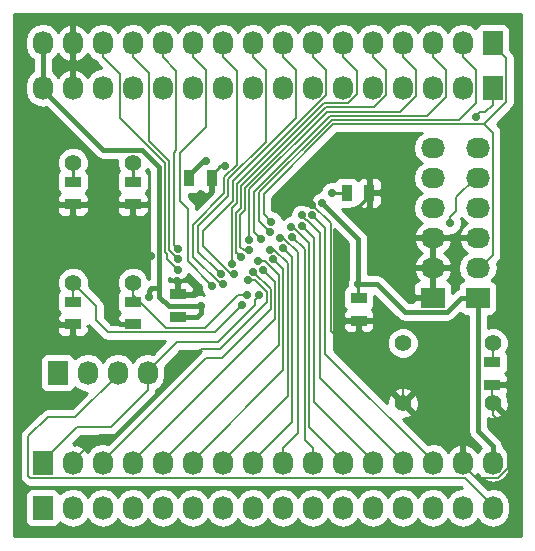
<source format=gbl>
%FSLAX46Y46*%
G04 Gerber Fmt 4.6, Leading zero omitted, Abs format (unit mm)*
G04 Created by KiCad (PCBNEW (20140926 BZR5148)-product) date Sat 01 Nov 2014 11:29:57 PM CDT*
%MOMM*%
G01*
G04 APERTURE LIST*
%ADD10C,0.150000*%
%ADD11R,1.397000X0.889000*%
%ADD12R,0.889000X1.397000*%
%ADD13R,2.032000X1.727200*%
%ADD14O,2.032000X1.727200*%
%ADD15R,1.727200X2.032000*%
%ADD16O,1.727200X2.032000*%
%ADD17C,1.397000*%
%ADD18C,1.422400*%
%ADD19C,0.711200*%
%ADD20C,0.203200*%
%ADD21C,0.406400*%
%ADD22C,0.254000*%
G04 APERTURE END LIST*
D10*
D11*
X193040000Y-143192500D03*
X193040000Y-141287500D03*
X198120000Y-143192500D03*
X198120000Y-141287500D03*
X193040000Y-153352500D03*
X193040000Y-151447500D03*
X198120000Y-153352500D03*
X198120000Y-151447500D03*
X217246200Y-151142700D03*
X217246200Y-153047700D03*
X228574600Y-156578300D03*
X228574600Y-158483300D03*
D12*
X202882500Y-140970000D03*
X204787500Y-140970000D03*
D11*
X201930000Y-152717500D03*
X201930000Y-150812500D03*
D12*
X216217500Y-142240000D03*
X218122500Y-142240000D03*
D13*
X223520000Y-151130000D03*
D14*
X223520000Y-148590000D03*
X223520000Y-146050000D03*
X223520000Y-143510000D03*
X223520000Y-140970000D03*
X223520000Y-138430000D03*
D13*
X227330000Y-151130000D03*
D14*
X227330000Y-148590000D03*
X227330000Y-146050000D03*
X227330000Y-143510000D03*
X227330000Y-140970000D03*
X227330000Y-138430000D03*
D15*
X191770000Y-157480000D03*
D16*
X194310000Y-157480000D03*
X196850000Y-157480000D03*
X199390000Y-157480000D03*
D15*
X190500000Y-168910000D03*
D16*
X193040000Y-168910000D03*
X195580000Y-168910000D03*
X198120000Y-168910000D03*
X200660000Y-168910000D03*
X203200000Y-168910000D03*
X205740000Y-168910000D03*
X208280000Y-168910000D03*
X210820000Y-168910000D03*
X213360000Y-168910000D03*
X215900000Y-168910000D03*
X218440000Y-168910000D03*
X220980000Y-168910000D03*
X223520000Y-168910000D03*
X226060000Y-168910000D03*
X228600000Y-168910000D03*
D15*
X190500000Y-165100000D03*
D16*
X193040000Y-165100000D03*
X195580000Y-165100000D03*
X198120000Y-165100000D03*
X200660000Y-165100000D03*
X203200000Y-165100000D03*
X205740000Y-165100000D03*
X208280000Y-165100000D03*
X210820000Y-165100000D03*
X213360000Y-165100000D03*
X215900000Y-165100000D03*
X218440000Y-165100000D03*
X220980000Y-165100000D03*
X223520000Y-165100000D03*
X226060000Y-165100000D03*
X228600000Y-165100000D03*
D15*
X228600000Y-133350000D03*
D16*
X226060000Y-133350000D03*
X223520000Y-133350000D03*
X220980000Y-133350000D03*
X218440000Y-133350000D03*
X215900000Y-133350000D03*
X213360000Y-133350000D03*
X210820000Y-133350000D03*
X208280000Y-133350000D03*
X205740000Y-133350000D03*
X203200000Y-133350000D03*
X200660000Y-133350000D03*
X198120000Y-133350000D03*
X195580000Y-133350000D03*
X193040000Y-133350000D03*
X190500000Y-133350000D03*
D15*
X228600000Y-129540000D03*
D16*
X226060000Y-129540000D03*
X223520000Y-129540000D03*
X220980000Y-129540000D03*
X218440000Y-129540000D03*
X215900000Y-129540000D03*
X213360000Y-129540000D03*
X210820000Y-129540000D03*
X208280000Y-129540000D03*
X205740000Y-129540000D03*
X203200000Y-129540000D03*
X200660000Y-129540000D03*
X198120000Y-129540000D03*
X195580000Y-129540000D03*
X193040000Y-129540000D03*
X190500000Y-129540000D03*
D17*
X228600000Y-154940000D03*
X228600000Y-160020000D03*
X220980000Y-154940000D03*
X220980000Y-160020000D03*
D18*
X193040000Y-139700000D03*
X198120000Y-139700000D03*
X193040000Y-149860000D03*
X198120000Y-149860000D03*
D19*
X209829400Y-144678400D03*
X206522719Y-148285202D03*
X204357959Y-139526975D03*
X199466200Y-151053800D03*
X208282382Y-148899687D03*
X214172800Y-143103600D03*
X217220800Y-149987000D03*
X214985600Y-142240000D03*
X203860400Y-151815800D03*
X199649060Y-147623121D03*
X213283800Y-143230620D03*
X205971896Y-139967511D03*
X201849214Y-149665963D03*
X207870418Y-149658707D03*
X215900000Y-153035000D03*
X216728326Y-143743728D03*
X227177600Y-135788400D03*
X209778600Y-145567400D03*
X209016600Y-146177000D03*
X207959524Y-146191033D03*
X208000600Y-147091400D03*
X206680780Y-149134226D03*
X205619446Y-149146271D03*
X205799590Y-149990885D03*
X204858012Y-150149160D03*
X201929985Y-147001825D03*
X201930958Y-147865436D03*
X201918019Y-148728951D03*
X207401613Y-151693519D03*
X207780873Y-150917641D03*
X213331124Y-144100836D03*
X225018600Y-144780000D03*
X208838800Y-150926800D03*
X209151338Y-148772235D03*
X208746111Y-148009598D03*
X210011162Y-147867716D03*
X209750377Y-147044420D03*
X210814139Y-146906349D03*
X210609197Y-146067407D03*
X211629778Y-145957645D03*
X211529993Y-145099818D03*
X212458038Y-145021562D03*
X212420200Y-144145000D03*
X207264000Y-147675600D03*
D20*
X228600010Y-137134610D02*
X227888800Y-136423400D01*
X227888800Y-136423400D02*
X227863402Y-136423400D01*
X227330000Y-148590000D02*
X227482400Y-148590000D01*
X227482400Y-148590000D02*
X228600010Y-147472390D01*
X228600010Y-147472390D02*
X228600010Y-137134610D01*
X215112600Y-136423400D02*
X227863402Y-136423400D01*
X209194400Y-142341600D02*
X215112600Y-136423400D01*
X209194400Y-144043400D02*
X209194400Y-142341600D01*
X228600000Y-129540000D02*
X228600000Y-129692400D01*
X228600000Y-129692400D02*
X229717601Y-130810001D01*
X229717601Y-130810001D02*
X229717601Y-134569201D01*
X229717601Y-134569201D02*
X227863402Y-136423400D01*
X209829400Y-144678400D02*
X209194400Y-144043400D01*
X213360000Y-129540000D02*
X213360000Y-130759200D01*
X206522719Y-147782308D02*
X206522719Y-148285202D01*
X214477610Y-131876810D02*
X214477610Y-133965329D01*
X206522719Y-143514525D02*
X206522719Y-147782308D01*
X206933750Y-143103494D02*
X206522719Y-143514525D01*
X214477610Y-133965329D02*
X206933750Y-141509189D01*
X213360000Y-130759200D02*
X214477610Y-131876810D01*
X206933750Y-141509189D02*
X206933750Y-143103494D01*
D21*
X202882500Y-140970000D02*
X202882500Y-140716000D01*
X204071525Y-139526975D02*
X204357959Y-139526975D01*
X202882500Y-140716000D02*
X204071525Y-139526975D01*
X190500000Y-168757600D02*
X190500000Y-168910000D01*
X190500000Y-129540000D02*
X190500000Y-133350000D01*
X190500000Y-129387600D02*
X190500000Y-129540000D01*
X217220800Y-149987000D02*
X217220800Y-146151600D01*
X217220800Y-146151600D02*
X214172800Y-143103600D01*
X218821000Y-149987000D02*
X217220800Y-149987000D01*
X227330000Y-151130000D02*
X225907600Y-151130000D01*
X224688399Y-152349201D02*
X221183201Y-152349201D01*
X225907600Y-151130000D02*
X224688399Y-152349201D01*
X221183201Y-152349201D02*
X218821000Y-149987000D01*
X228600000Y-165100000D02*
X228600000Y-163677600D01*
X228600000Y-163677600D02*
X227330000Y-162407600D01*
X227330000Y-162407600D02*
X227330000Y-152400000D01*
X227330000Y-152400000D02*
X227330000Y-151130000D01*
X195630799Y-138633199D02*
X190500000Y-133502400D01*
X200360280Y-140060680D02*
X198932799Y-138633199D01*
X200360280Y-150322363D02*
X200360280Y-140060680D01*
X198932799Y-138633199D02*
X195630799Y-138633199D01*
X200360280Y-151025862D02*
X200360280Y-150322363D01*
D20*
X208282382Y-148899687D02*
X209804009Y-150421314D01*
X209804009Y-152069791D02*
X205663800Y-156210000D01*
X209804009Y-150421314D02*
X209804009Y-152069791D01*
X205663800Y-156210000D02*
X204317600Y-156210000D01*
X204317600Y-156210000D02*
X195580000Y-164947600D01*
X195580000Y-164947600D02*
X195580000Y-165100000D01*
D21*
X203860400Y-152400000D02*
X203542900Y-152717500D01*
X203542900Y-152717500D02*
X201930000Y-152717500D01*
X203860400Y-151815800D02*
X203860400Y-152400000D01*
X199466200Y-151053800D02*
X199466200Y-150550906D01*
X199466200Y-150550906D02*
X199694743Y-150322363D01*
X199694743Y-150322363D02*
X200360280Y-150322363D01*
X201150218Y-151815800D02*
X200360280Y-151025862D01*
X203860400Y-151815800D02*
X201150218Y-151815800D01*
D20*
X228600000Y-164947600D02*
X228600000Y-165100000D01*
D22*
X217220800Y-149987000D02*
X217220800Y-151117300D01*
X217220800Y-151117300D02*
X217246200Y-151142700D01*
X214985600Y-142240000D02*
X216217500Y-142240000D01*
D20*
X217246200Y-153047700D02*
X217246200Y-153695400D01*
X217246200Y-153695400D02*
X220980000Y-157429200D01*
X220980000Y-157429200D02*
X220980000Y-158115000D01*
D21*
X223520000Y-151130000D02*
X223520000Y-148590000D01*
X193040000Y-143192500D02*
X198120000Y-143192500D01*
X195325069Y-149122469D02*
X196824417Y-147623121D01*
X196824417Y-147623121D02*
X199146166Y-147623121D01*
X199146166Y-147623121D02*
X199649060Y-147623121D01*
D20*
X220980000Y-158115000D02*
X220980000Y-160020000D01*
X214884000Y-144780020D02*
X214884000Y-153924000D01*
X214884000Y-153924000D02*
X220980000Y-160020000D01*
X207870418Y-149658707D02*
X208472917Y-149658707D01*
X209448401Y-151510999D02*
X205536800Y-155422600D01*
X208472917Y-149658707D02*
X209448401Y-150634191D01*
X209448401Y-150634191D02*
X209448401Y-151510999D01*
X205536800Y-155422600D02*
X203936600Y-155422600D01*
X203936600Y-155422600D02*
X196596000Y-162763200D01*
X196596000Y-162763200D02*
X195224400Y-162763200D01*
X195224400Y-162763200D02*
X193040000Y-164947600D01*
X193040000Y-164947600D02*
X193040000Y-165100000D01*
X228600000Y-160020000D02*
X228600000Y-161007828D01*
X228600000Y-161007828D02*
X229920800Y-162328628D01*
X229920800Y-165512139D02*
X229062929Y-166370010D01*
X229920800Y-162328628D02*
X229920800Y-165512139D01*
X229062929Y-166370010D02*
X227177610Y-166370010D01*
X227177610Y-166370010D02*
X226060000Y-165252400D01*
X226060000Y-165252400D02*
X226060000Y-165100000D01*
D21*
X195325069Y-149122469D02*
X194426537Y-148223937D01*
X196215000Y-150012400D02*
X195325069Y-149122469D01*
D20*
X214884000Y-144780020D02*
X213334600Y-143230620D01*
X213334600Y-143230620D02*
X213283800Y-143230620D01*
X226060000Y-165100000D02*
X226060000Y-164947600D01*
D21*
X223520000Y-148590000D02*
X223520000Y-146050000D01*
X227330000Y-146050000D02*
X223520000Y-146050000D01*
D20*
X228574600Y-158483300D02*
X228574600Y-159994600D01*
X228574600Y-159994600D02*
X228600000Y-160020000D01*
D21*
X191135000Y-152552400D02*
X191135000Y-148223937D01*
X194426537Y-148223937D02*
X191135000Y-148223937D01*
X191135000Y-148223937D02*
X191135000Y-145948400D01*
X196215000Y-152552400D02*
X196215000Y-150012400D01*
X198120000Y-153352500D02*
X197015100Y-153352500D01*
X197015100Y-153352500D02*
X196215000Y-152552400D01*
X191135000Y-145948400D02*
X193040000Y-144043400D01*
X193040000Y-144043400D02*
X193040000Y-143192500D01*
X193040000Y-153352500D02*
X191935100Y-153352500D01*
X191935100Y-153352500D02*
X191135000Y-152552400D01*
D22*
X204787500Y-140970000D02*
X204787500Y-140716000D01*
X205535989Y-139967511D02*
X205971896Y-139967511D01*
X204787500Y-140716000D02*
X205535989Y-139967511D01*
X201930000Y-150812500D02*
X201930000Y-149746749D01*
X201930000Y-149746749D02*
X201849214Y-149665963D01*
D20*
X193040000Y-133350000D02*
X193040000Y-132130800D01*
X193040000Y-132130800D02*
X193040000Y-129540000D01*
D22*
X215900000Y-153035000D02*
X217233500Y-153035000D01*
X217233500Y-153035000D02*
X217246200Y-153047700D01*
X216872772Y-143743728D02*
X216728326Y-143743728D01*
X218122500Y-142494000D02*
X216872772Y-143743728D01*
X218122500Y-142240000D02*
X218122500Y-142494000D01*
D20*
X227964999Y-135432801D02*
X228600000Y-134797800D01*
X228600000Y-134797800D02*
X228600000Y-133350000D01*
X227177600Y-135788400D02*
X227533199Y-135432801D01*
X227533199Y-135432801D02*
X227964999Y-135432801D01*
X228142800Y-133807200D02*
X228600000Y-133350000D01*
X226060000Y-130759200D02*
X226060000Y-129540000D01*
X208838791Y-144627591D02*
X208838791Y-142194301D01*
X227177610Y-131876810D02*
X226060000Y-130759200D01*
X208838791Y-142194301D02*
X214965302Y-136067790D01*
X227177610Y-134619990D02*
X227177610Y-131876810D01*
X209778600Y-145567400D02*
X208838791Y-144627591D01*
X225729810Y-136067790D02*
X227177610Y-134619990D01*
X214965302Y-136067790D02*
X225729810Y-136067790D01*
X223520000Y-130759200D02*
X223520000Y-129540000D01*
X224637610Y-131876810D02*
X223520000Y-130759200D01*
X223017112Y-135712180D02*
X224637610Y-134091682D01*
X208356190Y-142173994D02*
X214818004Y-135712180D01*
X208356190Y-145516590D02*
X208356190Y-142173994D01*
X214818004Y-135712180D02*
X223017112Y-135712180D01*
X209016600Y-146177000D02*
X208356190Y-145516590D01*
X224637610Y-134091682D02*
X224637610Y-131876810D01*
X207959524Y-145688139D02*
X207959524Y-146191033D01*
X214595093Y-135356570D02*
X208000580Y-141951083D01*
X220746318Y-135356570D02*
X214595093Y-135356570D01*
X220980000Y-129540000D02*
X220980000Y-130759200D01*
X208000580Y-145647083D02*
X207959524Y-145688139D01*
X222097610Y-134005278D02*
X220746318Y-135356570D01*
X208000580Y-141951083D02*
X208000580Y-145647083D01*
X220980000Y-130759200D02*
X222097610Y-131876810D01*
X222097610Y-131876810D02*
X222097610Y-134005278D01*
X219557610Y-133974866D02*
X219557610Y-131876810D01*
X207644970Y-141803785D02*
X214447795Y-135000960D01*
X214447795Y-135000960D02*
X218531516Y-135000960D01*
X207238580Y-144104286D02*
X207644970Y-143697896D01*
X218440000Y-130759200D02*
X218440000Y-129540000D01*
X218531516Y-135000960D02*
X219557610Y-133974866D01*
X207497706Y-147091400D02*
X207238580Y-146832274D01*
X207238580Y-146832274D02*
X207238580Y-144104286D01*
X208000600Y-147091400D02*
X207497706Y-147091400D01*
X219557610Y-131876810D02*
X218440000Y-130759200D01*
X207644970Y-143697896D02*
X207644970Y-141803785D01*
X206578140Y-142951274D02*
X204089000Y-145440400D01*
X211937610Y-135869744D02*
X206578140Y-141229214D01*
X206578140Y-141229214D02*
X206578140Y-142951274D01*
X211937610Y-131876810D02*
X211937610Y-135869744D01*
X210820000Y-129540000D02*
X210820000Y-130759200D01*
X206469533Y-149134226D02*
X206680780Y-149134226D01*
X204089000Y-146753693D02*
X206469533Y-149134226D01*
X204089000Y-145440400D02*
X204089000Y-146753693D01*
X210820000Y-130759200D02*
X211937610Y-131876810D01*
X209397610Y-131876810D02*
X209397610Y-137906836D01*
X209397610Y-137906836D02*
X206222530Y-141081916D01*
X203682600Y-145084800D02*
X203682600Y-147209425D01*
X208280000Y-129540000D02*
X208280000Y-130759200D01*
X206222530Y-142544896D02*
X203682600Y-145084800D01*
X206222530Y-141081916D02*
X206222530Y-142544896D01*
X208280000Y-130759200D02*
X209397610Y-131876810D01*
X205263847Y-148790672D02*
X205619446Y-149146271D01*
X203682600Y-147209425D02*
X205263847Y-148790672D01*
X203200000Y-144957800D02*
X203200000Y-147629035D01*
X205561850Y-149990885D02*
X205799590Y-149990885D01*
X205866920Y-142290887D02*
X203200000Y-144957800D01*
X205740000Y-130759200D02*
X206933723Y-131952923D01*
X205740000Y-129540000D02*
X205740000Y-130759200D01*
X203200000Y-147629035D02*
X205561850Y-149990885D01*
X206933723Y-131952923D02*
X206933723Y-139867814D01*
X206933723Y-139867814D02*
X205866920Y-140934617D01*
X205866920Y-140934617D02*
X205866920Y-142290887D01*
X204858012Y-150107622D02*
X204858012Y-150149160D01*
X202768200Y-148017810D02*
X204858012Y-150107622D01*
X202107800Y-142913086D02*
X202768200Y-143573486D01*
X202107800Y-138836400D02*
X202107800Y-142913086D01*
X203200000Y-130759200D02*
X204317610Y-131876810D01*
X203200000Y-129540000D02*
X203200000Y-130759200D01*
X202768200Y-143573486D02*
X202768200Y-148017810D01*
X204317610Y-136626590D02*
X202107800Y-138836400D01*
X204317610Y-131876810D02*
X204317610Y-136626590D01*
X201574386Y-146646226D02*
X201929985Y-147001825D01*
X200660000Y-130759200D02*
X201802990Y-131902190D01*
X201574386Y-138866906D02*
X201574386Y-146646226D01*
X201802990Y-131902190D02*
X201802990Y-138638302D01*
X200660000Y-129540000D02*
X200660000Y-130759200D01*
X201802990Y-138638302D02*
X201574386Y-138866906D01*
X199455997Y-132095197D02*
X199455997Y-137845781D01*
X201173100Y-147064600D02*
X201345819Y-147237319D01*
X201345819Y-147280297D02*
X201575359Y-147509837D01*
X198120000Y-130759200D02*
X199455997Y-132095197D01*
X199455997Y-137845781D02*
X201173100Y-139562884D01*
X198120000Y-129540000D02*
X198120000Y-130759200D01*
X201173100Y-139562884D02*
X201173100Y-147064600D01*
X201345819Y-147237319D02*
X201345819Y-147280297D01*
X201575359Y-147509837D02*
X201930958Y-147865436D01*
X197002390Y-135895082D02*
X200817490Y-139710182D01*
X200990209Y-147801141D02*
X201562420Y-148373352D01*
X201562420Y-148373352D02*
X201918019Y-148728951D01*
X197002390Y-132181590D02*
X197002390Y-135895082D01*
X200990209Y-147384617D02*
X200990209Y-147801141D01*
X195580000Y-130759200D02*
X197002390Y-132181590D01*
X200817490Y-139710182D02*
X200817490Y-147211898D01*
X200817490Y-147211898D02*
X200990209Y-147384617D01*
X195580000Y-129540000D02*
X195580000Y-130759200D01*
D22*
X193040000Y-139700000D02*
X193040000Y-141287500D01*
X198120000Y-139700000D02*
X198120000Y-141287500D01*
D20*
X207401613Y-151693519D02*
X205044131Y-154051001D01*
X205044131Y-154051001D02*
X196011801Y-154051001D01*
X196011801Y-154051001D02*
X194995800Y-153035000D01*
X194995800Y-153035000D02*
X194995800Y-151815800D01*
X194995800Y-151815800D02*
X193040000Y-149860000D01*
X193040000Y-149860000D02*
X193040000Y-151447500D01*
X204266800Y-153644600D02*
X206993759Y-150917641D01*
X198120000Y-150865788D02*
X200898812Y-153644600D01*
X207277979Y-150917641D02*
X207780873Y-150917641D01*
X200898812Y-153644600D02*
X204266800Y-153644600D01*
X206993759Y-150917641D02*
X207277979Y-150917641D01*
X198120000Y-149860000D02*
X198120000Y-150865788D01*
X198120000Y-149860000D02*
X198120000Y-151447500D01*
X213331124Y-144100836D02*
X214426800Y-145196512D01*
X214426800Y-145196512D02*
X214426800Y-155854400D01*
X214426800Y-155854400D02*
X223520000Y-164947600D01*
X223520000Y-164947600D02*
X223520000Y-165100000D01*
X225526600Y-143769106D02*
X225526600Y-142621000D01*
X225526600Y-142621000D02*
X227177600Y-140970000D01*
X227177600Y-140970000D02*
X227330000Y-140970000D01*
X225018600Y-144780000D02*
X225018600Y-144277106D01*
X225018600Y-144277106D02*
X225526600Y-143769106D01*
X228600000Y-154940000D02*
X228600000Y-156552900D01*
X228600000Y-156552900D02*
X228574600Y-156578300D01*
X196850000Y-157480000D02*
X196850000Y-157632400D01*
X189458598Y-166395400D02*
X226237800Y-166395400D01*
X196850000Y-157632400D02*
X193268600Y-161213800D01*
X193268600Y-161213800D02*
X190931800Y-161213800D01*
X189280800Y-162864800D02*
X189280800Y-166217602D01*
X190931800Y-161213800D02*
X189280800Y-162864800D01*
X189280800Y-166217602D02*
X189458598Y-166395400D01*
X226237800Y-166395400D02*
X228600000Y-168757600D01*
X228600000Y-168757600D02*
X228600000Y-168910000D01*
X201803000Y-154889200D02*
X201803000Y-154914600D01*
X201803000Y-154914600D02*
X199390000Y-157327600D01*
X199390000Y-157327600D02*
X199390000Y-157480000D01*
X205359000Y-154889200D02*
X201803000Y-154889200D01*
X208483201Y-151764999D02*
X205359000Y-154889200D01*
X208838800Y-150926800D02*
X208483201Y-151282399D01*
X208483201Y-151282399D02*
X208483201Y-151764999D01*
X193395600Y-162052000D02*
X196265800Y-162052000D01*
X190500000Y-164947600D02*
X193395600Y-162052000D01*
X190500000Y-165100000D02*
X190500000Y-164947600D01*
X196265800Y-162052000D02*
X199390000Y-158927800D01*
X199390000Y-158927800D02*
X199390000Y-157480000D01*
X209151338Y-148772235D02*
X210159619Y-149780516D01*
X210159619Y-149780516D02*
X210159619Y-152907981D01*
X210159619Y-152907981D02*
X198120000Y-164947600D01*
X198120000Y-164947600D02*
X198120000Y-165100000D01*
X208746111Y-148009598D02*
X209290911Y-148009598D01*
X209290911Y-148009598D02*
X210515228Y-149233915D01*
X200660000Y-164947600D02*
X200660000Y-165100000D01*
X210515228Y-149233915D02*
X210515228Y-155092372D01*
X210515228Y-155092372D02*
X200660000Y-164947600D01*
X210011162Y-147867716D02*
X210870837Y-148727391D01*
X210870837Y-148727391D02*
X210870837Y-157276763D01*
X210870837Y-157276763D02*
X203200000Y-164947600D01*
X203200000Y-164947600D02*
X203200000Y-165100000D01*
X211226446Y-148180790D02*
X211226446Y-159461154D01*
X211226446Y-159461154D02*
X205740000Y-164947600D01*
X205740000Y-164947600D02*
X205740000Y-165100000D01*
X210090076Y-147044420D02*
X209750377Y-147044420D01*
X211226446Y-148180790D02*
X210090076Y-147044420D01*
X210814139Y-146906349D02*
X211582055Y-147674265D01*
X211582055Y-147674265D02*
X211582055Y-161645545D01*
X211582055Y-161645545D02*
X208280000Y-164947600D01*
X208280000Y-164947600D02*
X208280000Y-165100000D01*
X212090000Y-147280000D02*
X212090000Y-162610800D01*
X212090000Y-162610800D02*
X210820000Y-163880800D01*
X210820000Y-163880800D02*
X210820000Y-165100000D01*
X210877407Y-146067407D02*
X210609197Y-146067407D01*
X212090000Y-147280000D02*
X210877407Y-146067407D01*
X213360000Y-163880800D02*
X213360000Y-165100000D01*
X212674191Y-147002058D02*
X212674191Y-163194991D01*
X211629778Y-145957645D02*
X212674191Y-147002058D01*
X212674191Y-163194991D02*
X213360000Y-163880800D01*
X213360000Y-165100000D02*
X213360000Y-164947600D01*
X213029800Y-146455457D02*
X213029800Y-162077400D01*
X213029800Y-162077400D02*
X215900000Y-164947600D01*
X215900000Y-164947600D02*
X215900000Y-165100000D01*
X211674161Y-145099818D02*
X211529993Y-145099818D01*
X213029800Y-146455457D02*
X211674161Y-145099818D01*
X212458038Y-145021562D02*
X213461600Y-146025124D01*
X213461600Y-146025124D02*
X213461600Y-159969200D01*
X213461600Y-159969200D02*
X218440000Y-164947600D01*
X218440000Y-164947600D02*
X218440000Y-165100000D01*
X213969600Y-145630914D02*
X213969600Y-157937200D01*
X213969600Y-157937200D02*
X220980000Y-164947600D01*
X220980000Y-164947600D02*
X220980000Y-165100000D01*
X212839285Y-144500599D02*
X213969600Y-145630914D01*
X212775799Y-144500599D02*
X212839285Y-144500599D01*
X212420200Y-144145000D02*
X212775799Y-144500599D01*
X206882970Y-147294570D02*
X206908401Y-147320001D01*
X206882970Y-143931706D02*
X206882970Y-147294570D01*
X206908401Y-147320001D02*
X207264000Y-147675600D01*
X207289360Y-143525316D02*
X206882970Y-143931706D01*
X214300497Y-134645350D02*
X207289360Y-141656487D01*
X217093800Y-133889139D02*
X216337589Y-134645350D01*
X217093800Y-131953000D02*
X217093800Y-133889139D01*
X215900000Y-130759200D02*
X217093800Y-131953000D01*
X215900000Y-129540000D02*
X215900000Y-130759200D01*
X216337589Y-134645350D02*
X214300497Y-134645350D01*
X207289360Y-141656487D02*
X207289360Y-143525316D01*
D22*
G36*
X193187000Y-165227000D02*
X193167000Y-165227000D01*
X193167000Y-165247000D01*
X192913000Y-165247000D01*
X192913000Y-165227000D01*
X192893000Y-165227000D01*
X192893000Y-164973000D01*
X192913000Y-164973000D01*
X192913000Y-164953000D01*
X193167000Y-164953000D01*
X193167000Y-164973000D01*
X193187000Y-164973000D01*
X193187000Y-165227000D01*
X193187000Y-165227000D01*
G37*
X193187000Y-165227000D02*
X193167000Y-165227000D01*
X193167000Y-165247000D01*
X192913000Y-165247000D01*
X192913000Y-165227000D01*
X192893000Y-165227000D01*
X192893000Y-164973000D01*
X192913000Y-164973000D01*
X192913000Y-164953000D01*
X193167000Y-164953000D01*
X193167000Y-164973000D01*
X193187000Y-164973000D01*
X193187000Y-165227000D01*
G36*
X203891547Y-155625800D02*
X203796745Y-155689145D01*
X195988065Y-163497824D01*
X195580000Y-163416655D01*
X195006511Y-163530729D01*
X194520330Y-163855585D01*
X194313539Y-164165069D01*
X193942036Y-163749268D01*
X193414791Y-163495291D01*
X193399026Y-163492642D01*
X193167002Y-163613781D01*
X193167002Y-163449000D01*
X193040309Y-163449000D01*
X193700710Y-162788600D01*
X196265800Y-162788600D01*
X196547685Y-162732530D01*
X196786655Y-162572855D01*
X199910855Y-159448655D01*
X200070530Y-159209685D01*
X200123736Y-158942197D01*
X200449670Y-158724415D01*
X200774526Y-158238234D01*
X200888600Y-157664745D01*
X200888600Y-157295255D01*
X200818163Y-156941146D01*
X202133510Y-155625800D01*
X203891547Y-155625800D01*
X203891547Y-155625800D01*
G37*
X203891547Y-155625800D02*
X203796745Y-155689145D01*
X195988065Y-163497824D01*
X195580000Y-163416655D01*
X195006511Y-163530729D01*
X194520330Y-163855585D01*
X194313539Y-164165069D01*
X193942036Y-163749268D01*
X193414791Y-163495291D01*
X193399026Y-163492642D01*
X193167002Y-163613781D01*
X193167002Y-163449000D01*
X193040309Y-163449000D01*
X193700710Y-162788600D01*
X196265800Y-162788600D01*
X196547685Y-162732530D01*
X196786655Y-162572855D01*
X199910855Y-159448655D01*
X200070530Y-159209685D01*
X200123736Y-158942197D01*
X200449670Y-158724415D01*
X200774526Y-158238234D01*
X200888600Y-157664745D01*
X200888600Y-157295255D01*
X200818163Y-156941146D01*
X202133510Y-155625800D01*
X203891547Y-155625800D01*
G36*
X204186472Y-150878591D02*
X204058307Y-150825372D01*
X203664222Y-150825028D01*
X203300003Y-150975521D01*
X203297920Y-150977600D01*
X203263500Y-150977600D01*
X203263500Y-150526750D01*
X203263500Y-150241691D01*
X203166827Y-150008302D01*
X202988199Y-149829673D01*
X202754810Y-149733000D01*
X202502191Y-149733000D01*
X202215750Y-149733000D01*
X202057000Y-149891750D01*
X202057000Y-150685500D01*
X203104750Y-150685500D01*
X203263500Y-150526750D01*
X203263500Y-150977600D01*
X203142850Y-150977600D01*
X203104750Y-150939500D01*
X202057000Y-150939500D01*
X202057000Y-150959500D01*
X201803000Y-150959500D01*
X201803000Y-150939500D01*
X201783000Y-150939500D01*
X201783000Y-150685500D01*
X201803000Y-150685500D01*
X201803000Y-149891750D01*
X201644250Y-149733000D01*
X201357809Y-149733000D01*
X201198480Y-149733000D01*
X201198480Y-149410298D01*
X201356157Y-149568251D01*
X201720112Y-149719379D01*
X202114197Y-149719723D01*
X202478416Y-149569230D01*
X202757319Y-149290813D01*
X202828374Y-149119694D01*
X203867402Y-150158722D01*
X203867240Y-150345338D01*
X204017733Y-150709557D01*
X204186472Y-150878591D01*
X204186472Y-150878591D01*
G37*
X204186472Y-150878591D02*
X204058307Y-150825372D01*
X203664222Y-150825028D01*
X203300003Y-150975521D01*
X203297920Y-150977600D01*
X203263500Y-150977600D01*
X203263500Y-150526750D01*
X203263500Y-150241691D01*
X203166827Y-150008302D01*
X202988199Y-149829673D01*
X202754810Y-149733000D01*
X202502191Y-149733000D01*
X202215750Y-149733000D01*
X202057000Y-149891750D01*
X202057000Y-150685500D01*
X203104750Y-150685500D01*
X203263500Y-150526750D01*
X203263500Y-150977600D01*
X203142850Y-150977600D01*
X203104750Y-150939500D01*
X202057000Y-150939500D01*
X202057000Y-150959500D01*
X201803000Y-150959500D01*
X201803000Y-150939500D01*
X201783000Y-150939500D01*
X201783000Y-150685500D01*
X201803000Y-150685500D01*
X201803000Y-149891750D01*
X201644250Y-149733000D01*
X201357809Y-149733000D01*
X201198480Y-149733000D01*
X201198480Y-149410298D01*
X201356157Y-149568251D01*
X201720112Y-149719379D01*
X202114197Y-149719723D01*
X202478416Y-149569230D01*
X202757319Y-149290813D01*
X202828374Y-149119694D01*
X203867402Y-150158722D01*
X203867240Y-150345338D01*
X204017733Y-150709557D01*
X204186472Y-150878591D01*
G36*
X204942922Y-142173172D02*
X203504800Y-143611292D01*
X203504800Y-143573486D01*
X203448730Y-143291602D01*
X203448730Y-143291601D01*
X203289055Y-143052631D01*
X202844400Y-142607976D01*
X202844400Y-142303500D01*
X203453309Y-142303500D01*
X203686698Y-142206827D01*
X203835000Y-142058525D01*
X203983302Y-142206827D01*
X204216691Y-142303500D01*
X204501750Y-142303500D01*
X204660500Y-142144750D01*
X204660500Y-141097000D01*
X204640500Y-141097000D01*
X204640500Y-140843000D01*
X204660500Y-140843000D01*
X204660500Y-140823000D01*
X204914500Y-140823000D01*
X204914500Y-140843000D01*
X204934500Y-140843000D01*
X204934500Y-141097000D01*
X204914500Y-141097000D01*
X204914500Y-142144750D01*
X204942922Y-142173172D01*
X204942922Y-142173172D01*
G37*
X204942922Y-142173172D02*
X203504800Y-143611292D01*
X203504800Y-143573486D01*
X203448730Y-143291602D01*
X203448730Y-143291601D01*
X203289055Y-143052631D01*
X202844400Y-142607976D01*
X202844400Y-142303500D01*
X203453309Y-142303500D01*
X203686698Y-142206827D01*
X203835000Y-142058525D01*
X203983302Y-142206827D01*
X204216691Y-142303500D01*
X204501750Y-142303500D01*
X204660500Y-142144750D01*
X204660500Y-141097000D01*
X204640500Y-141097000D01*
X204640500Y-140843000D01*
X204660500Y-140843000D01*
X204660500Y-140823000D01*
X204914500Y-140823000D01*
X204914500Y-140843000D01*
X204934500Y-140843000D01*
X204934500Y-141097000D01*
X204914500Y-141097000D01*
X204914500Y-142144750D01*
X204942922Y-142173172D01*
G36*
X227477000Y-146177000D02*
X227457000Y-146177000D01*
X227457000Y-146197000D01*
X227203000Y-146197000D01*
X227203000Y-146177000D01*
X225843783Y-146177000D01*
X225722642Y-146409026D01*
X225725291Y-146424791D01*
X225979268Y-146952036D01*
X226395069Y-147323539D01*
X226085585Y-147530330D01*
X225760729Y-148016511D01*
X225646655Y-148590000D01*
X225760729Y-149163489D01*
X226085585Y-149649670D01*
X226107780Y-149664500D01*
X225954302Y-149728073D01*
X225775673Y-149906701D01*
X225679000Y-150140090D01*
X225679000Y-150337271D01*
X225586835Y-150355604D01*
X225314903Y-150537303D01*
X225171000Y-150681206D01*
X225171000Y-150140091D01*
X225074327Y-149906702D01*
X224895699Y-149728073D01*
X224698139Y-149646241D01*
X224870732Y-149492036D01*
X225124709Y-148964791D01*
X225127358Y-148949026D01*
X225127358Y-148230974D01*
X225124709Y-148215209D01*
X224870732Y-147687964D01*
X224458891Y-147320000D01*
X224870732Y-146952036D01*
X225124709Y-146424791D01*
X225127358Y-146409026D01*
X225006217Y-146177000D01*
X223647000Y-146177000D01*
X223647000Y-147249076D01*
X223647000Y-147390924D01*
X223647000Y-148463000D01*
X225006217Y-148463000D01*
X225127358Y-148230974D01*
X225127358Y-148949026D01*
X225006217Y-148717000D01*
X223647000Y-148717000D01*
X223647000Y-149790150D01*
X223647000Y-149930924D01*
X223647000Y-151003000D01*
X223667000Y-151003000D01*
X223667000Y-151257000D01*
X223647000Y-151257000D01*
X223647000Y-151277000D01*
X223393000Y-151277000D01*
X223393000Y-151257000D01*
X223393000Y-151003000D01*
X223393000Y-149930924D01*
X223393000Y-149790150D01*
X223393000Y-148717000D01*
X223393000Y-148463000D01*
X223393000Y-147390924D01*
X223393000Y-147249076D01*
X223393000Y-146177000D01*
X222033783Y-146177000D01*
X221912642Y-146409026D01*
X221915291Y-146424791D01*
X222169268Y-146952036D01*
X222581108Y-147320000D01*
X222169268Y-147687964D01*
X221915291Y-148215209D01*
X221912642Y-148230974D01*
X222033783Y-148463000D01*
X223393000Y-148463000D01*
X223393000Y-148717000D01*
X222033783Y-148717000D01*
X221912642Y-148949026D01*
X221915291Y-148964791D01*
X222169268Y-149492036D01*
X222341860Y-149646241D01*
X222144301Y-149728073D01*
X221965673Y-149906702D01*
X221869000Y-150140091D01*
X221869000Y-150844250D01*
X222027750Y-151003000D01*
X223393000Y-151003000D01*
X223393000Y-151257000D01*
X222027750Y-151257000D01*
X221869000Y-151415750D01*
X221869000Y-151511001D01*
X221530395Y-151511001D01*
X219413697Y-149394303D01*
X219202000Y-149252851D01*
X219202000Y-143064810D01*
X219202000Y-142812191D01*
X219202000Y-142525750D01*
X219202000Y-141954250D01*
X219202000Y-141667809D01*
X219202000Y-141415190D01*
X219105327Y-141181801D01*
X218926698Y-141003173D01*
X218693309Y-140906500D01*
X218408250Y-140906500D01*
X218249500Y-141065250D01*
X218249500Y-142113000D01*
X219043250Y-142113000D01*
X219202000Y-141954250D01*
X219202000Y-142525750D01*
X219043250Y-142367000D01*
X218249500Y-142367000D01*
X218249500Y-143414750D01*
X218408250Y-143573500D01*
X218693309Y-143573500D01*
X218926698Y-143476827D01*
X219105327Y-143298199D01*
X219202000Y-143064810D01*
X219202000Y-149252851D01*
X219141766Y-149212604D01*
X218821000Y-149148800D01*
X218059000Y-149148800D01*
X218059000Y-146151600D01*
X217995196Y-145830835D01*
X217995196Y-145830834D01*
X217813497Y-145558903D01*
X215828094Y-143573500D01*
X215899309Y-143573500D01*
X216788309Y-143573500D01*
X217021698Y-143476827D01*
X217170000Y-143328525D01*
X217318302Y-143476827D01*
X217551691Y-143573500D01*
X217836750Y-143573500D01*
X217995500Y-143414750D01*
X217995500Y-142367000D01*
X217975500Y-142367000D01*
X217975500Y-142113000D01*
X217995500Y-142113000D01*
X217995500Y-141065250D01*
X217836750Y-140906500D01*
X217551691Y-140906500D01*
X217318302Y-141003173D01*
X217169999Y-141151474D01*
X217021699Y-141003173D01*
X216788310Y-140906500D01*
X216535691Y-140906500D01*
X215646691Y-140906500D01*
X215413302Y-141003173D01*
X215234673Y-141181801D01*
X215203212Y-141257754D01*
X215183507Y-141249572D01*
X214789422Y-141249228D01*
X214425203Y-141399721D01*
X214146300Y-141678138D01*
X213995172Y-142042093D01*
X213995110Y-142112844D01*
X213976622Y-142112828D01*
X213612403Y-142263321D01*
X213333500Y-142541738D01*
X213182372Y-142905693D01*
X213182193Y-143110105D01*
X213134946Y-143110064D01*
X212822163Y-143239303D01*
X212618107Y-143154572D01*
X212224022Y-143154228D01*
X211859803Y-143304721D01*
X211580900Y-143583138D01*
X211429772Y-143947093D01*
X211429630Y-144109129D01*
X211333815Y-144109046D01*
X210969596Y-144259539D01*
X210798665Y-144430171D01*
X210669679Y-144118003D01*
X210391262Y-143839100D01*
X210027307Y-143687972D01*
X209931000Y-143687887D01*
X209931000Y-142646710D01*
X215417710Y-137160000D01*
X222590365Y-137160000D01*
X222275585Y-137370330D01*
X221950729Y-137856511D01*
X221836655Y-138430000D01*
X221950729Y-139003489D01*
X222275585Y-139489670D01*
X222590365Y-139700000D01*
X222275585Y-139910330D01*
X221950729Y-140396511D01*
X221836655Y-140970000D01*
X221950729Y-141543489D01*
X222275585Y-142029670D01*
X222590365Y-142240000D01*
X222275585Y-142450330D01*
X221950729Y-142936511D01*
X221836655Y-143510000D01*
X221950729Y-144083489D01*
X222275585Y-144569670D01*
X222585069Y-144776460D01*
X222169268Y-145147964D01*
X221915291Y-145675209D01*
X221912642Y-145690974D01*
X222033783Y-145923000D01*
X223393000Y-145923000D01*
X223393000Y-145903000D01*
X223647000Y-145903000D01*
X223647000Y-145923000D01*
X225006217Y-145923000D01*
X225085754Y-145770659D01*
X225214778Y-145770772D01*
X225578997Y-145620279D01*
X225857900Y-145341862D01*
X226009028Y-144977907D01*
X226009372Y-144583822D01*
X225934586Y-144402829D01*
X225958276Y-144379139D01*
X226085585Y-144569670D01*
X226395069Y-144776460D01*
X225979268Y-145147964D01*
X225725291Y-145675209D01*
X225722642Y-145690974D01*
X225843783Y-145923000D01*
X227203000Y-145923000D01*
X227203000Y-145903000D01*
X227457000Y-145903000D01*
X227457000Y-145923000D01*
X227477000Y-145923000D01*
X227477000Y-146177000D01*
X227477000Y-146177000D01*
G37*
X227477000Y-146177000D02*
X227457000Y-146177000D01*
X227457000Y-146197000D01*
X227203000Y-146197000D01*
X227203000Y-146177000D01*
X225843783Y-146177000D01*
X225722642Y-146409026D01*
X225725291Y-146424791D01*
X225979268Y-146952036D01*
X226395069Y-147323539D01*
X226085585Y-147530330D01*
X225760729Y-148016511D01*
X225646655Y-148590000D01*
X225760729Y-149163489D01*
X226085585Y-149649670D01*
X226107780Y-149664500D01*
X225954302Y-149728073D01*
X225775673Y-149906701D01*
X225679000Y-150140090D01*
X225679000Y-150337271D01*
X225586835Y-150355604D01*
X225314903Y-150537303D01*
X225171000Y-150681206D01*
X225171000Y-150140091D01*
X225074327Y-149906702D01*
X224895699Y-149728073D01*
X224698139Y-149646241D01*
X224870732Y-149492036D01*
X225124709Y-148964791D01*
X225127358Y-148949026D01*
X225127358Y-148230974D01*
X225124709Y-148215209D01*
X224870732Y-147687964D01*
X224458891Y-147320000D01*
X224870732Y-146952036D01*
X225124709Y-146424791D01*
X225127358Y-146409026D01*
X225006217Y-146177000D01*
X223647000Y-146177000D01*
X223647000Y-147249076D01*
X223647000Y-147390924D01*
X223647000Y-148463000D01*
X225006217Y-148463000D01*
X225127358Y-148230974D01*
X225127358Y-148949026D01*
X225006217Y-148717000D01*
X223647000Y-148717000D01*
X223647000Y-149790150D01*
X223647000Y-149930924D01*
X223647000Y-151003000D01*
X223667000Y-151003000D01*
X223667000Y-151257000D01*
X223647000Y-151257000D01*
X223647000Y-151277000D01*
X223393000Y-151277000D01*
X223393000Y-151257000D01*
X223393000Y-151003000D01*
X223393000Y-149930924D01*
X223393000Y-149790150D01*
X223393000Y-148717000D01*
X223393000Y-148463000D01*
X223393000Y-147390924D01*
X223393000Y-147249076D01*
X223393000Y-146177000D01*
X222033783Y-146177000D01*
X221912642Y-146409026D01*
X221915291Y-146424791D01*
X222169268Y-146952036D01*
X222581108Y-147320000D01*
X222169268Y-147687964D01*
X221915291Y-148215209D01*
X221912642Y-148230974D01*
X222033783Y-148463000D01*
X223393000Y-148463000D01*
X223393000Y-148717000D01*
X222033783Y-148717000D01*
X221912642Y-148949026D01*
X221915291Y-148964791D01*
X222169268Y-149492036D01*
X222341860Y-149646241D01*
X222144301Y-149728073D01*
X221965673Y-149906702D01*
X221869000Y-150140091D01*
X221869000Y-150844250D01*
X222027750Y-151003000D01*
X223393000Y-151003000D01*
X223393000Y-151257000D01*
X222027750Y-151257000D01*
X221869000Y-151415750D01*
X221869000Y-151511001D01*
X221530395Y-151511001D01*
X219413697Y-149394303D01*
X219202000Y-149252851D01*
X219202000Y-143064810D01*
X219202000Y-142812191D01*
X219202000Y-142525750D01*
X219202000Y-141954250D01*
X219202000Y-141667809D01*
X219202000Y-141415190D01*
X219105327Y-141181801D01*
X218926698Y-141003173D01*
X218693309Y-140906500D01*
X218408250Y-140906500D01*
X218249500Y-141065250D01*
X218249500Y-142113000D01*
X219043250Y-142113000D01*
X219202000Y-141954250D01*
X219202000Y-142525750D01*
X219043250Y-142367000D01*
X218249500Y-142367000D01*
X218249500Y-143414750D01*
X218408250Y-143573500D01*
X218693309Y-143573500D01*
X218926698Y-143476827D01*
X219105327Y-143298199D01*
X219202000Y-143064810D01*
X219202000Y-149252851D01*
X219141766Y-149212604D01*
X218821000Y-149148800D01*
X218059000Y-149148800D01*
X218059000Y-146151600D01*
X217995196Y-145830835D01*
X217995196Y-145830834D01*
X217813497Y-145558903D01*
X215828094Y-143573500D01*
X215899309Y-143573500D01*
X216788309Y-143573500D01*
X217021698Y-143476827D01*
X217170000Y-143328525D01*
X217318302Y-143476827D01*
X217551691Y-143573500D01*
X217836750Y-143573500D01*
X217995500Y-143414750D01*
X217995500Y-142367000D01*
X217975500Y-142367000D01*
X217975500Y-142113000D01*
X217995500Y-142113000D01*
X217995500Y-141065250D01*
X217836750Y-140906500D01*
X217551691Y-140906500D01*
X217318302Y-141003173D01*
X217169999Y-141151474D01*
X217021699Y-141003173D01*
X216788310Y-140906500D01*
X216535691Y-140906500D01*
X215646691Y-140906500D01*
X215413302Y-141003173D01*
X215234673Y-141181801D01*
X215203212Y-141257754D01*
X215183507Y-141249572D01*
X214789422Y-141249228D01*
X214425203Y-141399721D01*
X214146300Y-141678138D01*
X213995172Y-142042093D01*
X213995110Y-142112844D01*
X213976622Y-142112828D01*
X213612403Y-142263321D01*
X213333500Y-142541738D01*
X213182372Y-142905693D01*
X213182193Y-143110105D01*
X213134946Y-143110064D01*
X212822163Y-143239303D01*
X212618107Y-143154572D01*
X212224022Y-143154228D01*
X211859803Y-143304721D01*
X211580900Y-143583138D01*
X211429772Y-143947093D01*
X211429630Y-144109129D01*
X211333815Y-144109046D01*
X210969596Y-144259539D01*
X210798665Y-144430171D01*
X210669679Y-144118003D01*
X210391262Y-143839100D01*
X210027307Y-143687972D01*
X209931000Y-143687887D01*
X209931000Y-142646710D01*
X215417710Y-137160000D01*
X222590365Y-137160000D01*
X222275585Y-137370330D01*
X221950729Y-137856511D01*
X221836655Y-138430000D01*
X221950729Y-139003489D01*
X222275585Y-139489670D01*
X222590365Y-139700000D01*
X222275585Y-139910330D01*
X221950729Y-140396511D01*
X221836655Y-140970000D01*
X221950729Y-141543489D01*
X222275585Y-142029670D01*
X222590365Y-142240000D01*
X222275585Y-142450330D01*
X221950729Y-142936511D01*
X221836655Y-143510000D01*
X221950729Y-144083489D01*
X222275585Y-144569670D01*
X222585069Y-144776460D01*
X222169268Y-145147964D01*
X221915291Y-145675209D01*
X221912642Y-145690974D01*
X222033783Y-145923000D01*
X223393000Y-145923000D01*
X223393000Y-145903000D01*
X223647000Y-145903000D01*
X223647000Y-145923000D01*
X225006217Y-145923000D01*
X225085754Y-145770659D01*
X225214778Y-145770772D01*
X225578997Y-145620279D01*
X225857900Y-145341862D01*
X226009028Y-144977907D01*
X226009372Y-144583822D01*
X225934586Y-144402829D01*
X225958276Y-144379139D01*
X226085585Y-144569670D01*
X226395069Y-144776460D01*
X225979268Y-145147964D01*
X225725291Y-145675209D01*
X225722642Y-145690974D01*
X225843783Y-145923000D01*
X227203000Y-145923000D01*
X227203000Y-145903000D01*
X227457000Y-145903000D01*
X227457000Y-145923000D01*
X227477000Y-145923000D01*
X227477000Y-146177000D01*
G36*
X227571658Y-163834652D02*
X227540330Y-163855585D01*
X227333539Y-164165069D01*
X226962036Y-163749268D01*
X226434791Y-163495291D01*
X226419026Y-163492642D01*
X226187000Y-163613783D01*
X226187000Y-164973000D01*
X226207000Y-164973000D01*
X226207000Y-165227000D01*
X226187000Y-165227000D01*
X226187000Y-165247000D01*
X225933000Y-165247000D01*
X225933000Y-165227000D01*
X225913000Y-165227000D01*
X225913000Y-164973000D01*
X225933000Y-164973000D01*
X225933000Y-163613783D01*
X225700974Y-163492642D01*
X225685209Y-163495291D01*
X225157964Y-163749268D01*
X224786460Y-164165069D01*
X224579670Y-163855585D01*
X224093489Y-163530729D01*
X223520000Y-163416655D01*
X223111934Y-163497824D01*
X222325927Y-162711817D01*
X222325927Y-160212520D01*
X222313731Y-159988035D01*
X222313731Y-154675914D01*
X222111146Y-154185620D01*
X221736353Y-153810173D01*
X221246413Y-153606732D01*
X220715914Y-153606269D01*
X220225620Y-153808854D01*
X219850173Y-154183647D01*
X219646732Y-154673587D01*
X219646269Y-155204086D01*
X219848854Y-155694380D01*
X220223647Y-156069827D01*
X220713587Y-156273268D01*
X221244086Y-156273731D01*
X221734380Y-156071146D01*
X222109827Y-155696353D01*
X222313268Y-155206413D01*
X222313731Y-154675914D01*
X222313731Y-159988035D01*
X222297148Y-159682801D01*
X222149800Y-159327071D01*
X221914188Y-159265417D01*
X221734583Y-159445022D01*
X221734583Y-159085812D01*
X221672929Y-158850200D01*
X221172520Y-158674073D01*
X220642801Y-158702852D01*
X220287071Y-158850200D01*
X220225417Y-159085812D01*
X220980000Y-159840395D01*
X221734583Y-159085812D01*
X221734583Y-159445022D01*
X221159605Y-160020000D01*
X221914188Y-160774583D01*
X222149800Y-160712929D01*
X222325927Y-160212520D01*
X222325927Y-162711817D01*
X220970114Y-161356004D01*
X221317199Y-161337148D01*
X221672929Y-161189800D01*
X221734583Y-160954188D01*
X220980000Y-160199605D01*
X220965857Y-160213747D01*
X220786252Y-160034142D01*
X220800395Y-160020000D01*
X220045812Y-159265417D01*
X219810200Y-159327071D01*
X219634073Y-159827480D01*
X219645131Y-160031021D01*
X218579700Y-158965590D01*
X218579700Y-153618509D01*
X218579700Y-153333450D01*
X218420950Y-153174700D01*
X217373200Y-153174700D01*
X217373200Y-153968450D01*
X217531950Y-154127200D01*
X217818391Y-154127200D01*
X218071010Y-154127200D01*
X218304399Y-154030527D01*
X218483027Y-153851898D01*
X218579700Y-153618509D01*
X218579700Y-158965590D01*
X217119200Y-157505090D01*
X217119200Y-153968450D01*
X217119200Y-153174700D01*
X216071450Y-153174700D01*
X215912700Y-153333450D01*
X215912700Y-153618509D01*
X216009373Y-153851898D01*
X216188001Y-154030527D01*
X216421390Y-154127200D01*
X216674009Y-154127200D01*
X216960450Y-154127200D01*
X217119200Y-153968450D01*
X217119200Y-157505090D01*
X215163400Y-155549290D01*
X215163400Y-145279594D01*
X216382600Y-146498794D01*
X216382600Y-149424039D01*
X216381500Y-149425138D01*
X216230372Y-149789093D01*
X216230063Y-150142450D01*
X216188002Y-150159873D01*
X216009373Y-150338501D01*
X215912700Y-150571890D01*
X215912700Y-150824509D01*
X215912700Y-151713509D01*
X216009373Y-151946898D01*
X216157674Y-152095200D01*
X216009373Y-152243502D01*
X215912700Y-152476891D01*
X215912700Y-152761950D01*
X216071450Y-152920700D01*
X217119200Y-152920700D01*
X217119200Y-152900700D01*
X217373200Y-152900700D01*
X217373200Y-152920700D01*
X218420950Y-152920700D01*
X218579700Y-152761950D01*
X218579700Y-152476891D01*
X218483027Y-152243502D01*
X218334725Y-152095199D01*
X218483027Y-151946899D01*
X218579700Y-151713510D01*
X218579700Y-151460891D01*
X218579700Y-150931094D01*
X220590504Y-152941898D01*
X220862436Y-153123597D01*
X221183201Y-153187401D01*
X224688399Y-153187401D01*
X225009164Y-153123597D01*
X225009165Y-153123597D01*
X225281096Y-152941898D01*
X225822684Y-152400309D01*
X225954301Y-152531927D01*
X226187690Y-152628600D01*
X226440309Y-152628600D01*
X226491800Y-152628600D01*
X226491800Y-162407600D01*
X226555604Y-162728366D01*
X226737303Y-163000297D01*
X227571658Y-163834652D01*
X227571658Y-163834652D01*
G37*
X227571658Y-163834652D02*
X227540330Y-163855585D01*
X227333539Y-164165069D01*
X226962036Y-163749268D01*
X226434791Y-163495291D01*
X226419026Y-163492642D01*
X226187000Y-163613783D01*
X226187000Y-164973000D01*
X226207000Y-164973000D01*
X226207000Y-165227000D01*
X226187000Y-165227000D01*
X226187000Y-165247000D01*
X225933000Y-165247000D01*
X225933000Y-165227000D01*
X225913000Y-165227000D01*
X225913000Y-164973000D01*
X225933000Y-164973000D01*
X225933000Y-163613783D01*
X225700974Y-163492642D01*
X225685209Y-163495291D01*
X225157964Y-163749268D01*
X224786460Y-164165069D01*
X224579670Y-163855585D01*
X224093489Y-163530729D01*
X223520000Y-163416655D01*
X223111934Y-163497824D01*
X222325927Y-162711817D01*
X222325927Y-160212520D01*
X222313731Y-159988035D01*
X222313731Y-154675914D01*
X222111146Y-154185620D01*
X221736353Y-153810173D01*
X221246413Y-153606732D01*
X220715914Y-153606269D01*
X220225620Y-153808854D01*
X219850173Y-154183647D01*
X219646732Y-154673587D01*
X219646269Y-155204086D01*
X219848854Y-155694380D01*
X220223647Y-156069827D01*
X220713587Y-156273268D01*
X221244086Y-156273731D01*
X221734380Y-156071146D01*
X222109827Y-155696353D01*
X222313268Y-155206413D01*
X222313731Y-154675914D01*
X222313731Y-159988035D01*
X222297148Y-159682801D01*
X222149800Y-159327071D01*
X221914188Y-159265417D01*
X221734583Y-159445022D01*
X221734583Y-159085812D01*
X221672929Y-158850200D01*
X221172520Y-158674073D01*
X220642801Y-158702852D01*
X220287071Y-158850200D01*
X220225417Y-159085812D01*
X220980000Y-159840395D01*
X221734583Y-159085812D01*
X221734583Y-159445022D01*
X221159605Y-160020000D01*
X221914188Y-160774583D01*
X222149800Y-160712929D01*
X222325927Y-160212520D01*
X222325927Y-162711817D01*
X220970114Y-161356004D01*
X221317199Y-161337148D01*
X221672929Y-161189800D01*
X221734583Y-160954188D01*
X220980000Y-160199605D01*
X220965857Y-160213747D01*
X220786252Y-160034142D01*
X220800395Y-160020000D01*
X220045812Y-159265417D01*
X219810200Y-159327071D01*
X219634073Y-159827480D01*
X219645131Y-160031021D01*
X218579700Y-158965590D01*
X218579700Y-153618509D01*
X218579700Y-153333450D01*
X218420950Y-153174700D01*
X217373200Y-153174700D01*
X217373200Y-153968450D01*
X217531950Y-154127200D01*
X217818391Y-154127200D01*
X218071010Y-154127200D01*
X218304399Y-154030527D01*
X218483027Y-153851898D01*
X218579700Y-153618509D01*
X218579700Y-158965590D01*
X217119200Y-157505090D01*
X217119200Y-153968450D01*
X217119200Y-153174700D01*
X216071450Y-153174700D01*
X215912700Y-153333450D01*
X215912700Y-153618509D01*
X216009373Y-153851898D01*
X216188001Y-154030527D01*
X216421390Y-154127200D01*
X216674009Y-154127200D01*
X216960450Y-154127200D01*
X217119200Y-153968450D01*
X217119200Y-157505090D01*
X215163400Y-155549290D01*
X215163400Y-145279594D01*
X216382600Y-146498794D01*
X216382600Y-149424039D01*
X216381500Y-149425138D01*
X216230372Y-149789093D01*
X216230063Y-150142450D01*
X216188002Y-150159873D01*
X216009373Y-150338501D01*
X215912700Y-150571890D01*
X215912700Y-150824509D01*
X215912700Y-151713509D01*
X216009373Y-151946898D01*
X216157674Y-152095200D01*
X216009373Y-152243502D01*
X215912700Y-152476891D01*
X215912700Y-152761950D01*
X216071450Y-152920700D01*
X217119200Y-152920700D01*
X217119200Y-152900700D01*
X217373200Y-152900700D01*
X217373200Y-152920700D01*
X218420950Y-152920700D01*
X218579700Y-152761950D01*
X218579700Y-152476891D01*
X218483027Y-152243502D01*
X218334725Y-152095199D01*
X218483027Y-151946899D01*
X218579700Y-151713510D01*
X218579700Y-151460891D01*
X218579700Y-150931094D01*
X220590504Y-152941898D01*
X220862436Y-153123597D01*
X221183201Y-153187401D01*
X224688399Y-153187401D01*
X225009164Y-153123597D01*
X225009165Y-153123597D01*
X225281096Y-152941898D01*
X225822684Y-152400309D01*
X225954301Y-152531927D01*
X226187690Y-152628600D01*
X226440309Y-152628600D01*
X226491800Y-152628600D01*
X226491800Y-162407600D01*
X226555604Y-162728366D01*
X226737303Y-163000297D01*
X227571658Y-163834652D01*
G36*
X231013000Y-171323000D02*
X230454201Y-171323000D01*
X230454201Y-134569201D01*
X230454201Y-130810001D01*
X230398131Y-130528116D01*
X230238456Y-130289146D01*
X230098600Y-130149290D01*
X230098600Y-128397691D01*
X230001927Y-128164302D01*
X229823299Y-127985673D01*
X229589910Y-127889000D01*
X229337291Y-127889000D01*
X227610091Y-127889000D01*
X227376702Y-127985673D01*
X227198073Y-128164301D01*
X227134499Y-128317779D01*
X227119670Y-128295585D01*
X226633489Y-127970729D01*
X226060000Y-127856655D01*
X225486511Y-127970729D01*
X225000330Y-128295585D01*
X224790000Y-128610365D01*
X224579670Y-128295585D01*
X224093489Y-127970729D01*
X223520000Y-127856655D01*
X222946511Y-127970729D01*
X222460330Y-128295585D01*
X222250000Y-128610365D01*
X222039670Y-128295585D01*
X221553489Y-127970729D01*
X220980000Y-127856655D01*
X220406511Y-127970729D01*
X219920330Y-128295585D01*
X219710000Y-128610365D01*
X219499670Y-128295585D01*
X219013489Y-127970729D01*
X218440000Y-127856655D01*
X217866511Y-127970729D01*
X217380330Y-128295585D01*
X217170000Y-128610365D01*
X216959670Y-128295585D01*
X216473489Y-127970729D01*
X215900000Y-127856655D01*
X215326511Y-127970729D01*
X214840330Y-128295585D01*
X214630000Y-128610365D01*
X214419670Y-128295585D01*
X213933489Y-127970729D01*
X213360000Y-127856655D01*
X212786511Y-127970729D01*
X212300330Y-128295585D01*
X212090000Y-128610365D01*
X211879670Y-128295585D01*
X211393489Y-127970729D01*
X210820000Y-127856655D01*
X210246511Y-127970729D01*
X209760330Y-128295585D01*
X209550000Y-128610365D01*
X209339670Y-128295585D01*
X208853489Y-127970729D01*
X208280000Y-127856655D01*
X207706511Y-127970729D01*
X207220330Y-128295585D01*
X207010000Y-128610365D01*
X206799670Y-128295585D01*
X206313489Y-127970729D01*
X205740000Y-127856655D01*
X205166511Y-127970729D01*
X204680330Y-128295585D01*
X204470000Y-128610365D01*
X204259670Y-128295585D01*
X203773489Y-127970729D01*
X203200000Y-127856655D01*
X202626511Y-127970729D01*
X202140330Y-128295585D01*
X201930000Y-128610365D01*
X201719670Y-128295585D01*
X201233489Y-127970729D01*
X200660000Y-127856655D01*
X200086511Y-127970729D01*
X199600330Y-128295585D01*
X199390000Y-128610365D01*
X199179670Y-128295585D01*
X198693489Y-127970729D01*
X198120000Y-127856655D01*
X197546511Y-127970729D01*
X197060330Y-128295585D01*
X196850000Y-128610365D01*
X196639670Y-128295585D01*
X196153489Y-127970729D01*
X195580000Y-127856655D01*
X195006511Y-127970729D01*
X194520330Y-128295585D01*
X194313539Y-128605069D01*
X193942036Y-128189268D01*
X193414791Y-127935291D01*
X193399026Y-127932642D01*
X193167000Y-128053783D01*
X193167000Y-129413000D01*
X193187000Y-129413000D01*
X193187000Y-129667000D01*
X193167000Y-129667000D01*
X193167000Y-131026217D01*
X193399026Y-131147358D01*
X193414791Y-131144709D01*
X193942036Y-130890732D01*
X194313539Y-130474930D01*
X194520330Y-130784415D01*
X194898704Y-131037237D01*
X194899470Y-131041085D01*
X195059145Y-131280055D01*
X195468019Y-131688929D01*
X195006511Y-131780729D01*
X194520330Y-132105585D01*
X194313539Y-132415069D01*
X193942036Y-131999268D01*
X193414791Y-131745291D01*
X193399026Y-131742642D01*
X193167000Y-131863783D01*
X193167000Y-133223000D01*
X193187000Y-133223000D01*
X193187000Y-133477000D01*
X193167000Y-133477000D01*
X193167000Y-133497000D01*
X192913000Y-133497000D01*
X192913000Y-133477000D01*
X192893000Y-133477000D01*
X192893000Y-133223000D01*
X192913000Y-133223000D01*
X192913000Y-131863783D01*
X192680974Y-131742642D01*
X192665209Y-131745291D01*
X192137964Y-131999268D01*
X191766460Y-132415069D01*
X191559670Y-132105585D01*
X191338200Y-131957603D01*
X191338200Y-130932396D01*
X191559670Y-130784415D01*
X191766460Y-130474930D01*
X192137964Y-130890732D01*
X192665209Y-131144709D01*
X192680974Y-131147358D01*
X192913000Y-131026217D01*
X192913000Y-129667000D01*
X192893000Y-129667000D01*
X192893000Y-129413000D01*
X192913000Y-129413000D01*
X192913000Y-128053783D01*
X192680974Y-127932642D01*
X192665209Y-127935291D01*
X192137964Y-128189268D01*
X191766460Y-128605069D01*
X191559670Y-128295585D01*
X191073489Y-127970729D01*
X190500000Y-127856655D01*
X189926511Y-127970729D01*
X189440330Y-128295585D01*
X189115474Y-128781766D01*
X189001400Y-129355255D01*
X189001400Y-129724745D01*
X189115474Y-130298234D01*
X189440330Y-130784415D01*
X189661800Y-130932396D01*
X189661800Y-131957603D01*
X189440330Y-132105585D01*
X189115474Y-132591766D01*
X189001400Y-133165255D01*
X189001400Y-133534745D01*
X189115474Y-134108234D01*
X189440330Y-134594415D01*
X189926511Y-134919271D01*
X190500000Y-135033345D01*
X190788220Y-134976014D01*
X195038102Y-139225896D01*
X195310034Y-139407595D01*
X195630799Y-139471399D01*
X196773998Y-139471399D01*
X196773566Y-139966601D01*
X196956686Y-140409787D01*
X196883173Y-140483301D01*
X196786500Y-140716690D01*
X196786500Y-140969309D01*
X196786500Y-141858309D01*
X196883173Y-142091698D01*
X197031474Y-142240000D01*
X196883173Y-142388302D01*
X196786500Y-142621691D01*
X196786500Y-142906750D01*
X196945250Y-143065500D01*
X197993000Y-143065500D01*
X197993000Y-143045500D01*
X198247000Y-143045500D01*
X198247000Y-143065500D01*
X199294750Y-143065500D01*
X199453500Y-142906750D01*
X199453500Y-142621691D01*
X199356827Y-142388302D01*
X199208525Y-142239999D01*
X199356827Y-142091699D01*
X199453500Y-141858310D01*
X199453500Y-141605691D01*
X199453500Y-140716691D01*
X199356827Y-140483302D01*
X199283031Y-140409506D01*
X199353648Y-140239442D01*
X199522080Y-140407874D01*
X199522080Y-149518507D01*
X199453500Y-149532148D01*
X199453500Y-143763309D01*
X199453500Y-143478250D01*
X199294750Y-143319500D01*
X198247000Y-143319500D01*
X198247000Y-144113250D01*
X198405750Y-144272000D01*
X198692191Y-144272000D01*
X198944810Y-144272000D01*
X199178199Y-144175327D01*
X199356827Y-143996698D01*
X199453500Y-143763309D01*
X199453500Y-149532148D01*
X199442065Y-149534423D01*
X199261919Y-149098435D01*
X198883557Y-148719412D01*
X198388951Y-148514034D01*
X197993000Y-148513687D01*
X197993000Y-144113250D01*
X197993000Y-143319500D01*
X196945250Y-143319500D01*
X196786500Y-143478250D01*
X196786500Y-143763309D01*
X196883173Y-143996698D01*
X197061801Y-144175327D01*
X197295190Y-144272000D01*
X197547809Y-144272000D01*
X197834250Y-144272000D01*
X197993000Y-144113250D01*
X197993000Y-148513687D01*
X197853399Y-148513566D01*
X197358435Y-148718081D01*
X196979412Y-149096443D01*
X196774034Y-149591049D01*
X196773566Y-150126601D01*
X196956686Y-150569787D01*
X196883173Y-150643301D01*
X196786500Y-150876690D01*
X196786500Y-151129309D01*
X196786500Y-152018309D01*
X196883173Y-152251698D01*
X197031474Y-152400000D01*
X196883173Y-152548302D01*
X196786500Y-152781691D01*
X196786500Y-153066750D01*
X196945248Y-153225498D01*
X196786500Y-153225498D01*
X196786500Y-153314401D01*
X196316911Y-153314401D01*
X195732400Y-152729890D01*
X195732400Y-151815800D01*
X195676330Y-151533915D01*
X195516655Y-151294945D01*
X194375607Y-150153897D01*
X194385966Y-150128951D01*
X194386434Y-149593399D01*
X194386434Y-139433399D01*
X194181919Y-138938435D01*
X193803557Y-138559412D01*
X193308951Y-138354034D01*
X192773399Y-138353566D01*
X192278435Y-138558081D01*
X191899412Y-138936443D01*
X191694034Y-139431049D01*
X191693566Y-139966601D01*
X191876686Y-140409787D01*
X191803173Y-140483301D01*
X191706500Y-140716690D01*
X191706500Y-140969309D01*
X191706500Y-141858309D01*
X191803173Y-142091698D01*
X191951474Y-142240000D01*
X191803173Y-142388302D01*
X191706500Y-142621691D01*
X191706500Y-142906750D01*
X191865250Y-143065500D01*
X192913000Y-143065500D01*
X192913000Y-143045500D01*
X193167000Y-143045500D01*
X193167000Y-143065500D01*
X194214750Y-143065500D01*
X194373500Y-142906750D01*
X194373500Y-142621691D01*
X194276827Y-142388302D01*
X194128525Y-142239999D01*
X194276827Y-142091699D01*
X194373500Y-141858310D01*
X194373500Y-141605691D01*
X194373500Y-140716691D01*
X194276827Y-140483302D01*
X194203031Y-140409506D01*
X194385966Y-139968951D01*
X194386434Y-139433399D01*
X194386434Y-149593399D01*
X194373500Y-149562096D01*
X194373500Y-143763309D01*
X194373500Y-143478250D01*
X194214750Y-143319500D01*
X193167000Y-143319500D01*
X193167000Y-144113250D01*
X193325750Y-144272000D01*
X193612191Y-144272000D01*
X193864810Y-144272000D01*
X194098199Y-144175327D01*
X194276827Y-143996698D01*
X194373500Y-143763309D01*
X194373500Y-149562096D01*
X194181919Y-149098435D01*
X193803557Y-148719412D01*
X193308951Y-148514034D01*
X192913000Y-148513687D01*
X192913000Y-144113250D01*
X192913000Y-143319500D01*
X191865250Y-143319500D01*
X191706500Y-143478250D01*
X191706500Y-143763309D01*
X191803173Y-143996698D01*
X191981801Y-144175327D01*
X192215190Y-144272000D01*
X192467809Y-144272000D01*
X192754250Y-144272000D01*
X192913000Y-144113250D01*
X192913000Y-148513687D01*
X192773399Y-148513566D01*
X192278435Y-148718081D01*
X191899412Y-149096443D01*
X191694034Y-149591049D01*
X191693566Y-150126601D01*
X191876686Y-150569787D01*
X191803173Y-150643301D01*
X191706500Y-150876690D01*
X191706500Y-151129309D01*
X191706500Y-152018309D01*
X191803173Y-152251698D01*
X191951474Y-152400000D01*
X191803173Y-152548302D01*
X191706500Y-152781691D01*
X191706500Y-153066750D01*
X191865250Y-153225500D01*
X192913000Y-153225500D01*
X192913000Y-153205500D01*
X193167000Y-153205500D01*
X193167000Y-153225500D01*
X193187000Y-153225500D01*
X193187000Y-153479500D01*
X193167000Y-153479500D01*
X193167000Y-154273250D01*
X193325750Y-154432000D01*
X193612191Y-154432000D01*
X193864810Y-154432000D01*
X194098199Y-154335327D01*
X194276827Y-154156698D01*
X194373500Y-153923309D01*
X194373500Y-153638250D01*
X194214752Y-153479502D01*
X194373500Y-153479502D01*
X194373500Y-153404032D01*
X194474945Y-153555855D01*
X195490946Y-154571856D01*
X195729916Y-154731531D01*
X196011801Y-154787601D01*
X200888288Y-154787601D01*
X199798065Y-155877824D01*
X199390000Y-155796655D01*
X198816511Y-155910729D01*
X198330330Y-156235585D01*
X198120000Y-156550365D01*
X197909670Y-156235585D01*
X197423489Y-155910729D01*
X196850000Y-155796655D01*
X196276511Y-155910729D01*
X195790330Y-156235585D01*
X195580000Y-156550365D01*
X195369670Y-156235585D01*
X194883489Y-155910729D01*
X194373500Y-155809285D01*
X194310000Y-155796655D01*
X193736511Y-155910729D01*
X193250330Y-156235585D01*
X193235499Y-156257780D01*
X193171927Y-156104302D01*
X192993299Y-155925673D01*
X192913000Y-155892412D01*
X192913000Y-154273250D01*
X192913000Y-153479500D01*
X191865250Y-153479500D01*
X191706500Y-153638250D01*
X191706500Y-153923309D01*
X191803173Y-154156698D01*
X191981801Y-154335327D01*
X192215190Y-154432000D01*
X192467809Y-154432000D01*
X192754250Y-154432000D01*
X192913000Y-154273250D01*
X192913000Y-155892412D01*
X192759910Y-155829000D01*
X192507291Y-155829000D01*
X190780091Y-155829000D01*
X190546702Y-155925673D01*
X190368073Y-156104301D01*
X190271400Y-156337690D01*
X190271400Y-156590309D01*
X190271400Y-158622309D01*
X190368073Y-158855698D01*
X190546701Y-159034327D01*
X190780090Y-159131000D01*
X191032709Y-159131000D01*
X192759909Y-159131000D01*
X192993298Y-159034327D01*
X193171927Y-158855699D01*
X193235500Y-158702220D01*
X193250330Y-158724415D01*
X193736511Y-159049271D01*
X194282762Y-159157927D01*
X192963490Y-160477200D01*
X190931800Y-160477200D01*
X190649915Y-160533270D01*
X190410945Y-160692945D01*
X188759945Y-162343945D01*
X188600270Y-162582915D01*
X188544200Y-162864800D01*
X188544200Y-166217602D01*
X188600270Y-166499487D01*
X188759945Y-166738457D01*
X188937743Y-166916255D01*
X189176713Y-167075930D01*
X189458598Y-167132000D01*
X225932689Y-167132000D01*
X226032762Y-167232072D01*
X225486511Y-167340729D01*
X225000330Y-167665585D01*
X224790000Y-167980365D01*
X224579670Y-167665585D01*
X224093489Y-167340729D01*
X223520000Y-167226655D01*
X222946511Y-167340729D01*
X222460330Y-167665585D01*
X222250000Y-167980365D01*
X222039670Y-167665585D01*
X221553489Y-167340729D01*
X220980000Y-167226655D01*
X220406511Y-167340729D01*
X219920330Y-167665585D01*
X219710000Y-167980365D01*
X219499670Y-167665585D01*
X219013489Y-167340729D01*
X218440000Y-167226655D01*
X217866511Y-167340729D01*
X217380330Y-167665585D01*
X217170000Y-167980365D01*
X216959670Y-167665585D01*
X216473489Y-167340729D01*
X215900000Y-167226655D01*
X215326511Y-167340729D01*
X214840330Y-167665585D01*
X214630000Y-167980365D01*
X214419670Y-167665585D01*
X213933489Y-167340729D01*
X213360000Y-167226655D01*
X212786511Y-167340729D01*
X212300330Y-167665585D01*
X212090000Y-167980365D01*
X211879670Y-167665585D01*
X211393489Y-167340729D01*
X210820000Y-167226655D01*
X210246511Y-167340729D01*
X209760330Y-167665585D01*
X209550000Y-167980365D01*
X209339670Y-167665585D01*
X208853489Y-167340729D01*
X208280000Y-167226655D01*
X207706511Y-167340729D01*
X207220330Y-167665585D01*
X207010000Y-167980365D01*
X206799670Y-167665585D01*
X206313489Y-167340729D01*
X205740000Y-167226655D01*
X205166511Y-167340729D01*
X204680330Y-167665585D01*
X204470000Y-167980365D01*
X204259670Y-167665585D01*
X203773489Y-167340729D01*
X203200000Y-167226655D01*
X202626511Y-167340729D01*
X202140330Y-167665585D01*
X201930000Y-167980365D01*
X201719670Y-167665585D01*
X201233489Y-167340729D01*
X200660000Y-167226655D01*
X200086511Y-167340729D01*
X199600330Y-167665585D01*
X199390000Y-167980365D01*
X199179670Y-167665585D01*
X198693489Y-167340729D01*
X198120000Y-167226655D01*
X197546511Y-167340729D01*
X197060330Y-167665585D01*
X196850000Y-167980365D01*
X196639670Y-167665585D01*
X196153489Y-167340729D01*
X195580000Y-167226655D01*
X195006511Y-167340729D01*
X194520330Y-167665585D01*
X194310000Y-167980365D01*
X194099670Y-167665585D01*
X193613489Y-167340729D01*
X193040000Y-167226655D01*
X192466511Y-167340729D01*
X191980330Y-167665585D01*
X191965499Y-167687780D01*
X191901927Y-167534302D01*
X191723299Y-167355673D01*
X191489910Y-167259000D01*
X191237291Y-167259000D01*
X189510091Y-167259000D01*
X189276702Y-167355673D01*
X189098073Y-167534301D01*
X189001400Y-167767690D01*
X189001400Y-168020309D01*
X189001400Y-170052309D01*
X189098073Y-170285698D01*
X189276701Y-170464327D01*
X189510090Y-170561000D01*
X189762709Y-170561000D01*
X191489909Y-170561000D01*
X191723298Y-170464327D01*
X191901927Y-170285699D01*
X191965500Y-170132220D01*
X191980330Y-170154415D01*
X192466511Y-170479271D01*
X193040000Y-170593345D01*
X193613489Y-170479271D01*
X194099670Y-170154415D01*
X194310000Y-169839634D01*
X194520330Y-170154415D01*
X195006511Y-170479271D01*
X195580000Y-170593345D01*
X196153489Y-170479271D01*
X196639670Y-170154415D01*
X196850000Y-169839634D01*
X197060330Y-170154415D01*
X197546511Y-170479271D01*
X198120000Y-170593345D01*
X198693489Y-170479271D01*
X199179670Y-170154415D01*
X199390000Y-169839634D01*
X199600330Y-170154415D01*
X200086511Y-170479271D01*
X200660000Y-170593345D01*
X201233489Y-170479271D01*
X201719670Y-170154415D01*
X201930000Y-169839634D01*
X202140330Y-170154415D01*
X202626511Y-170479271D01*
X203200000Y-170593345D01*
X203773489Y-170479271D01*
X204259670Y-170154415D01*
X204470000Y-169839634D01*
X204680330Y-170154415D01*
X205166511Y-170479271D01*
X205740000Y-170593345D01*
X206313489Y-170479271D01*
X206799670Y-170154415D01*
X207010000Y-169839634D01*
X207220330Y-170154415D01*
X207706511Y-170479271D01*
X208280000Y-170593345D01*
X208853489Y-170479271D01*
X209339670Y-170154415D01*
X209550000Y-169839634D01*
X209760330Y-170154415D01*
X210246511Y-170479271D01*
X210820000Y-170593345D01*
X211393489Y-170479271D01*
X211879670Y-170154415D01*
X212090000Y-169839634D01*
X212300330Y-170154415D01*
X212786511Y-170479271D01*
X213360000Y-170593345D01*
X213933489Y-170479271D01*
X214419670Y-170154415D01*
X214630000Y-169839634D01*
X214840330Y-170154415D01*
X215326511Y-170479271D01*
X215900000Y-170593345D01*
X216473489Y-170479271D01*
X216959670Y-170154415D01*
X217170000Y-169839634D01*
X217380330Y-170154415D01*
X217866511Y-170479271D01*
X218440000Y-170593345D01*
X219013489Y-170479271D01*
X219499670Y-170154415D01*
X219710000Y-169839634D01*
X219920330Y-170154415D01*
X220406511Y-170479271D01*
X220980000Y-170593345D01*
X221553489Y-170479271D01*
X222039670Y-170154415D01*
X222250000Y-169839634D01*
X222460330Y-170154415D01*
X222946511Y-170479271D01*
X223520000Y-170593345D01*
X224093489Y-170479271D01*
X224579670Y-170154415D01*
X224790000Y-169839634D01*
X225000330Y-170154415D01*
X225486511Y-170479271D01*
X226060000Y-170593345D01*
X226633489Y-170479271D01*
X227119670Y-170154415D01*
X227330000Y-169839634D01*
X227540330Y-170154415D01*
X228026511Y-170479271D01*
X228600000Y-170593345D01*
X229173489Y-170479271D01*
X229659670Y-170154415D01*
X229984526Y-169668234D01*
X230098600Y-169094745D01*
X230098600Y-168725255D01*
X229984526Y-168151766D01*
X229659670Y-167665585D01*
X229173489Y-167340729D01*
X228600000Y-167226655D01*
X228191934Y-167307824D01*
X227137950Y-166253840D01*
X227333539Y-166034930D01*
X227540330Y-166344415D01*
X228026511Y-166669271D01*
X228600000Y-166783345D01*
X229173489Y-166669271D01*
X229659670Y-166344415D01*
X229984526Y-165858234D01*
X230098600Y-165284745D01*
X230098600Y-164915255D01*
X229984526Y-164341766D01*
X229659670Y-163855585D01*
X229438200Y-163707603D01*
X229438200Y-163677600D01*
X229374396Y-163356835D01*
X229374396Y-163356834D01*
X229192697Y-163084903D01*
X228168200Y-162060406D01*
X228168200Y-161281708D01*
X228407480Y-161365927D01*
X228937199Y-161337148D01*
X229292929Y-161189800D01*
X229354583Y-160954188D01*
X228600000Y-160199605D01*
X228585857Y-160213747D01*
X228406252Y-160034142D01*
X228420395Y-160020000D01*
X228406252Y-160005857D01*
X228585857Y-159826252D01*
X228600000Y-159840395D01*
X228614142Y-159826252D01*
X228793747Y-160005857D01*
X228779605Y-160020000D01*
X229534188Y-160774583D01*
X229769800Y-160712929D01*
X229945927Y-160212520D01*
X229917148Y-159682801D01*
X229770401Y-159328523D01*
X229811427Y-159287498D01*
X229908100Y-159054109D01*
X229908100Y-158769050D01*
X229749350Y-158610300D01*
X228701600Y-158610300D01*
X228701600Y-158630300D01*
X228447600Y-158630300D01*
X228447600Y-158610300D01*
X228427600Y-158610300D01*
X228427600Y-158356300D01*
X228447600Y-158356300D01*
X228447600Y-158336300D01*
X228701600Y-158336300D01*
X228701600Y-158356300D01*
X229749350Y-158356300D01*
X229908100Y-158197550D01*
X229908100Y-157912491D01*
X229811427Y-157679102D01*
X229663125Y-157530799D01*
X229811427Y-157382499D01*
X229908100Y-157149110D01*
X229908100Y-156896491D01*
X229908100Y-156007491D01*
X229811427Y-155774102D01*
X229730957Y-155693631D01*
X229933268Y-155206413D01*
X229933731Y-154675914D01*
X229731146Y-154185620D01*
X229356353Y-153810173D01*
X228866413Y-153606732D01*
X228335914Y-153606269D01*
X228168200Y-153675566D01*
X228168200Y-152628600D01*
X228472309Y-152628600D01*
X228705698Y-152531927D01*
X228884327Y-152353299D01*
X228981000Y-152119910D01*
X228981000Y-151867291D01*
X228981000Y-150140091D01*
X228884327Y-149906702D01*
X228705699Y-149728073D01*
X228552220Y-149664499D01*
X228574415Y-149649670D01*
X228899271Y-149163489D01*
X229013345Y-148590000D01*
X228932175Y-148181934D01*
X229120865Y-147993245D01*
X229280540Y-147754275D01*
X229336610Y-147472390D01*
X229336610Y-137134610D01*
X229280540Y-136852726D01*
X229280540Y-136852725D01*
X229120865Y-136613755D01*
X228917811Y-136410701D01*
X230238456Y-135090056D01*
X230398131Y-134851086D01*
X230454201Y-134569201D01*
X230454201Y-171323000D01*
X188087000Y-171323000D01*
X188087000Y-127127000D01*
X231013000Y-127127000D01*
X231013000Y-171323000D01*
X231013000Y-171323000D01*
G37*
X231013000Y-171323000D02*
X230454201Y-171323000D01*
X230454201Y-134569201D01*
X230454201Y-130810001D01*
X230398131Y-130528116D01*
X230238456Y-130289146D01*
X230098600Y-130149290D01*
X230098600Y-128397691D01*
X230001927Y-128164302D01*
X229823299Y-127985673D01*
X229589910Y-127889000D01*
X229337291Y-127889000D01*
X227610091Y-127889000D01*
X227376702Y-127985673D01*
X227198073Y-128164301D01*
X227134499Y-128317779D01*
X227119670Y-128295585D01*
X226633489Y-127970729D01*
X226060000Y-127856655D01*
X225486511Y-127970729D01*
X225000330Y-128295585D01*
X224790000Y-128610365D01*
X224579670Y-128295585D01*
X224093489Y-127970729D01*
X223520000Y-127856655D01*
X222946511Y-127970729D01*
X222460330Y-128295585D01*
X222250000Y-128610365D01*
X222039670Y-128295585D01*
X221553489Y-127970729D01*
X220980000Y-127856655D01*
X220406511Y-127970729D01*
X219920330Y-128295585D01*
X219710000Y-128610365D01*
X219499670Y-128295585D01*
X219013489Y-127970729D01*
X218440000Y-127856655D01*
X217866511Y-127970729D01*
X217380330Y-128295585D01*
X217170000Y-128610365D01*
X216959670Y-128295585D01*
X216473489Y-127970729D01*
X215900000Y-127856655D01*
X215326511Y-127970729D01*
X214840330Y-128295585D01*
X214630000Y-128610365D01*
X214419670Y-128295585D01*
X213933489Y-127970729D01*
X213360000Y-127856655D01*
X212786511Y-127970729D01*
X212300330Y-128295585D01*
X212090000Y-128610365D01*
X211879670Y-128295585D01*
X211393489Y-127970729D01*
X210820000Y-127856655D01*
X210246511Y-127970729D01*
X209760330Y-128295585D01*
X209550000Y-128610365D01*
X209339670Y-128295585D01*
X208853489Y-127970729D01*
X208280000Y-127856655D01*
X207706511Y-127970729D01*
X207220330Y-128295585D01*
X207010000Y-128610365D01*
X206799670Y-128295585D01*
X206313489Y-127970729D01*
X205740000Y-127856655D01*
X205166511Y-127970729D01*
X204680330Y-128295585D01*
X204470000Y-128610365D01*
X204259670Y-128295585D01*
X203773489Y-127970729D01*
X203200000Y-127856655D01*
X202626511Y-127970729D01*
X202140330Y-128295585D01*
X201930000Y-128610365D01*
X201719670Y-128295585D01*
X201233489Y-127970729D01*
X200660000Y-127856655D01*
X200086511Y-127970729D01*
X199600330Y-128295585D01*
X199390000Y-128610365D01*
X199179670Y-128295585D01*
X198693489Y-127970729D01*
X198120000Y-127856655D01*
X197546511Y-127970729D01*
X197060330Y-128295585D01*
X196850000Y-128610365D01*
X196639670Y-128295585D01*
X196153489Y-127970729D01*
X195580000Y-127856655D01*
X195006511Y-127970729D01*
X194520330Y-128295585D01*
X194313539Y-128605069D01*
X193942036Y-128189268D01*
X193414791Y-127935291D01*
X193399026Y-127932642D01*
X193167000Y-128053783D01*
X193167000Y-129413000D01*
X193187000Y-129413000D01*
X193187000Y-129667000D01*
X193167000Y-129667000D01*
X193167000Y-131026217D01*
X193399026Y-131147358D01*
X193414791Y-131144709D01*
X193942036Y-130890732D01*
X194313539Y-130474930D01*
X194520330Y-130784415D01*
X194898704Y-131037237D01*
X194899470Y-131041085D01*
X195059145Y-131280055D01*
X195468019Y-131688929D01*
X195006511Y-131780729D01*
X194520330Y-132105585D01*
X194313539Y-132415069D01*
X193942036Y-131999268D01*
X193414791Y-131745291D01*
X193399026Y-131742642D01*
X193167000Y-131863783D01*
X193167000Y-133223000D01*
X193187000Y-133223000D01*
X193187000Y-133477000D01*
X193167000Y-133477000D01*
X193167000Y-133497000D01*
X192913000Y-133497000D01*
X192913000Y-133477000D01*
X192893000Y-133477000D01*
X192893000Y-133223000D01*
X192913000Y-133223000D01*
X192913000Y-131863783D01*
X192680974Y-131742642D01*
X192665209Y-131745291D01*
X192137964Y-131999268D01*
X191766460Y-132415069D01*
X191559670Y-132105585D01*
X191338200Y-131957603D01*
X191338200Y-130932396D01*
X191559670Y-130784415D01*
X191766460Y-130474930D01*
X192137964Y-130890732D01*
X192665209Y-131144709D01*
X192680974Y-131147358D01*
X192913000Y-131026217D01*
X192913000Y-129667000D01*
X192893000Y-129667000D01*
X192893000Y-129413000D01*
X192913000Y-129413000D01*
X192913000Y-128053783D01*
X192680974Y-127932642D01*
X192665209Y-127935291D01*
X192137964Y-128189268D01*
X191766460Y-128605069D01*
X191559670Y-128295585D01*
X191073489Y-127970729D01*
X190500000Y-127856655D01*
X189926511Y-127970729D01*
X189440330Y-128295585D01*
X189115474Y-128781766D01*
X189001400Y-129355255D01*
X189001400Y-129724745D01*
X189115474Y-130298234D01*
X189440330Y-130784415D01*
X189661800Y-130932396D01*
X189661800Y-131957603D01*
X189440330Y-132105585D01*
X189115474Y-132591766D01*
X189001400Y-133165255D01*
X189001400Y-133534745D01*
X189115474Y-134108234D01*
X189440330Y-134594415D01*
X189926511Y-134919271D01*
X190500000Y-135033345D01*
X190788220Y-134976014D01*
X195038102Y-139225896D01*
X195310034Y-139407595D01*
X195630799Y-139471399D01*
X196773998Y-139471399D01*
X196773566Y-139966601D01*
X196956686Y-140409787D01*
X196883173Y-140483301D01*
X196786500Y-140716690D01*
X196786500Y-140969309D01*
X196786500Y-141858309D01*
X196883173Y-142091698D01*
X197031474Y-142240000D01*
X196883173Y-142388302D01*
X196786500Y-142621691D01*
X196786500Y-142906750D01*
X196945250Y-143065500D01*
X197993000Y-143065500D01*
X197993000Y-143045500D01*
X198247000Y-143045500D01*
X198247000Y-143065500D01*
X199294750Y-143065500D01*
X199453500Y-142906750D01*
X199453500Y-142621691D01*
X199356827Y-142388302D01*
X199208525Y-142239999D01*
X199356827Y-142091699D01*
X199453500Y-141858310D01*
X199453500Y-141605691D01*
X199453500Y-140716691D01*
X199356827Y-140483302D01*
X199283031Y-140409506D01*
X199353648Y-140239442D01*
X199522080Y-140407874D01*
X199522080Y-149518507D01*
X199453500Y-149532148D01*
X199453500Y-143763309D01*
X199453500Y-143478250D01*
X199294750Y-143319500D01*
X198247000Y-143319500D01*
X198247000Y-144113250D01*
X198405750Y-144272000D01*
X198692191Y-144272000D01*
X198944810Y-144272000D01*
X199178199Y-144175327D01*
X199356827Y-143996698D01*
X199453500Y-143763309D01*
X199453500Y-149532148D01*
X199442065Y-149534423D01*
X199261919Y-149098435D01*
X198883557Y-148719412D01*
X198388951Y-148514034D01*
X197993000Y-148513687D01*
X197993000Y-144113250D01*
X197993000Y-143319500D01*
X196945250Y-143319500D01*
X196786500Y-143478250D01*
X196786500Y-143763309D01*
X196883173Y-143996698D01*
X197061801Y-144175327D01*
X197295190Y-144272000D01*
X197547809Y-144272000D01*
X197834250Y-144272000D01*
X197993000Y-144113250D01*
X197993000Y-148513687D01*
X197853399Y-148513566D01*
X197358435Y-148718081D01*
X196979412Y-149096443D01*
X196774034Y-149591049D01*
X196773566Y-150126601D01*
X196956686Y-150569787D01*
X196883173Y-150643301D01*
X196786500Y-150876690D01*
X196786500Y-151129309D01*
X196786500Y-152018309D01*
X196883173Y-152251698D01*
X197031474Y-152400000D01*
X196883173Y-152548302D01*
X196786500Y-152781691D01*
X196786500Y-153066750D01*
X196945248Y-153225498D01*
X196786500Y-153225498D01*
X196786500Y-153314401D01*
X196316911Y-153314401D01*
X195732400Y-152729890D01*
X195732400Y-151815800D01*
X195676330Y-151533915D01*
X195516655Y-151294945D01*
X194375607Y-150153897D01*
X194385966Y-150128951D01*
X194386434Y-149593399D01*
X194386434Y-139433399D01*
X194181919Y-138938435D01*
X193803557Y-138559412D01*
X193308951Y-138354034D01*
X192773399Y-138353566D01*
X192278435Y-138558081D01*
X191899412Y-138936443D01*
X191694034Y-139431049D01*
X191693566Y-139966601D01*
X191876686Y-140409787D01*
X191803173Y-140483301D01*
X191706500Y-140716690D01*
X191706500Y-140969309D01*
X191706500Y-141858309D01*
X191803173Y-142091698D01*
X191951474Y-142240000D01*
X191803173Y-142388302D01*
X191706500Y-142621691D01*
X191706500Y-142906750D01*
X191865250Y-143065500D01*
X192913000Y-143065500D01*
X192913000Y-143045500D01*
X193167000Y-143045500D01*
X193167000Y-143065500D01*
X194214750Y-143065500D01*
X194373500Y-142906750D01*
X194373500Y-142621691D01*
X194276827Y-142388302D01*
X194128525Y-142239999D01*
X194276827Y-142091699D01*
X194373500Y-141858310D01*
X194373500Y-141605691D01*
X194373500Y-140716691D01*
X194276827Y-140483302D01*
X194203031Y-140409506D01*
X194385966Y-139968951D01*
X194386434Y-139433399D01*
X194386434Y-149593399D01*
X194373500Y-149562096D01*
X194373500Y-143763309D01*
X194373500Y-143478250D01*
X194214750Y-143319500D01*
X193167000Y-143319500D01*
X193167000Y-144113250D01*
X193325750Y-144272000D01*
X193612191Y-144272000D01*
X193864810Y-144272000D01*
X194098199Y-144175327D01*
X194276827Y-143996698D01*
X194373500Y-143763309D01*
X194373500Y-149562096D01*
X194181919Y-149098435D01*
X193803557Y-148719412D01*
X193308951Y-148514034D01*
X192913000Y-148513687D01*
X192913000Y-144113250D01*
X192913000Y-143319500D01*
X191865250Y-143319500D01*
X191706500Y-143478250D01*
X191706500Y-143763309D01*
X191803173Y-143996698D01*
X191981801Y-144175327D01*
X192215190Y-144272000D01*
X192467809Y-144272000D01*
X192754250Y-144272000D01*
X192913000Y-144113250D01*
X192913000Y-148513687D01*
X192773399Y-148513566D01*
X192278435Y-148718081D01*
X191899412Y-149096443D01*
X191694034Y-149591049D01*
X191693566Y-150126601D01*
X191876686Y-150569787D01*
X191803173Y-150643301D01*
X191706500Y-150876690D01*
X191706500Y-151129309D01*
X191706500Y-152018309D01*
X191803173Y-152251698D01*
X191951474Y-152400000D01*
X191803173Y-152548302D01*
X191706500Y-152781691D01*
X191706500Y-153066750D01*
X191865250Y-153225500D01*
X192913000Y-153225500D01*
X192913000Y-153205500D01*
X193167000Y-153205500D01*
X193167000Y-153225500D01*
X193187000Y-153225500D01*
X193187000Y-153479500D01*
X193167000Y-153479500D01*
X193167000Y-154273250D01*
X193325750Y-154432000D01*
X193612191Y-154432000D01*
X193864810Y-154432000D01*
X194098199Y-154335327D01*
X194276827Y-154156698D01*
X194373500Y-153923309D01*
X194373500Y-153638250D01*
X194214752Y-153479502D01*
X194373500Y-153479502D01*
X194373500Y-153404032D01*
X194474945Y-153555855D01*
X195490946Y-154571856D01*
X195729916Y-154731531D01*
X196011801Y-154787601D01*
X200888288Y-154787601D01*
X199798065Y-155877824D01*
X199390000Y-155796655D01*
X198816511Y-155910729D01*
X198330330Y-156235585D01*
X198120000Y-156550365D01*
X197909670Y-156235585D01*
X197423489Y-155910729D01*
X196850000Y-155796655D01*
X196276511Y-155910729D01*
X195790330Y-156235585D01*
X195580000Y-156550365D01*
X195369670Y-156235585D01*
X194883489Y-155910729D01*
X194373500Y-155809285D01*
X194310000Y-155796655D01*
X193736511Y-155910729D01*
X193250330Y-156235585D01*
X193235499Y-156257780D01*
X193171927Y-156104302D01*
X192993299Y-155925673D01*
X192913000Y-155892412D01*
X192913000Y-154273250D01*
X192913000Y-153479500D01*
X191865250Y-153479500D01*
X191706500Y-153638250D01*
X191706500Y-153923309D01*
X191803173Y-154156698D01*
X191981801Y-154335327D01*
X192215190Y-154432000D01*
X192467809Y-154432000D01*
X192754250Y-154432000D01*
X192913000Y-154273250D01*
X192913000Y-155892412D01*
X192759910Y-155829000D01*
X192507291Y-155829000D01*
X190780091Y-155829000D01*
X190546702Y-155925673D01*
X190368073Y-156104301D01*
X190271400Y-156337690D01*
X190271400Y-156590309D01*
X190271400Y-158622309D01*
X190368073Y-158855698D01*
X190546701Y-159034327D01*
X190780090Y-159131000D01*
X191032709Y-159131000D01*
X192759909Y-159131000D01*
X192993298Y-159034327D01*
X193171927Y-158855699D01*
X193235500Y-158702220D01*
X193250330Y-158724415D01*
X193736511Y-159049271D01*
X194282762Y-159157927D01*
X192963490Y-160477200D01*
X190931800Y-160477200D01*
X190649915Y-160533270D01*
X190410945Y-160692945D01*
X188759945Y-162343945D01*
X188600270Y-162582915D01*
X188544200Y-162864800D01*
X188544200Y-166217602D01*
X188600270Y-166499487D01*
X188759945Y-166738457D01*
X188937743Y-166916255D01*
X189176713Y-167075930D01*
X189458598Y-167132000D01*
X225932689Y-167132000D01*
X226032762Y-167232072D01*
X225486511Y-167340729D01*
X225000330Y-167665585D01*
X224790000Y-167980365D01*
X224579670Y-167665585D01*
X224093489Y-167340729D01*
X223520000Y-167226655D01*
X222946511Y-167340729D01*
X222460330Y-167665585D01*
X222250000Y-167980365D01*
X222039670Y-167665585D01*
X221553489Y-167340729D01*
X220980000Y-167226655D01*
X220406511Y-167340729D01*
X219920330Y-167665585D01*
X219710000Y-167980365D01*
X219499670Y-167665585D01*
X219013489Y-167340729D01*
X218440000Y-167226655D01*
X217866511Y-167340729D01*
X217380330Y-167665585D01*
X217170000Y-167980365D01*
X216959670Y-167665585D01*
X216473489Y-167340729D01*
X215900000Y-167226655D01*
X215326511Y-167340729D01*
X214840330Y-167665585D01*
X214630000Y-167980365D01*
X214419670Y-167665585D01*
X213933489Y-167340729D01*
X213360000Y-167226655D01*
X212786511Y-167340729D01*
X212300330Y-167665585D01*
X212090000Y-167980365D01*
X211879670Y-167665585D01*
X211393489Y-167340729D01*
X210820000Y-167226655D01*
X210246511Y-167340729D01*
X209760330Y-167665585D01*
X209550000Y-167980365D01*
X209339670Y-167665585D01*
X208853489Y-167340729D01*
X208280000Y-167226655D01*
X207706511Y-167340729D01*
X207220330Y-167665585D01*
X207010000Y-167980365D01*
X206799670Y-167665585D01*
X206313489Y-167340729D01*
X205740000Y-167226655D01*
X205166511Y-167340729D01*
X204680330Y-167665585D01*
X204470000Y-167980365D01*
X204259670Y-167665585D01*
X203773489Y-167340729D01*
X203200000Y-167226655D01*
X202626511Y-167340729D01*
X202140330Y-167665585D01*
X201930000Y-167980365D01*
X201719670Y-167665585D01*
X201233489Y-167340729D01*
X200660000Y-167226655D01*
X200086511Y-167340729D01*
X199600330Y-167665585D01*
X199390000Y-167980365D01*
X199179670Y-167665585D01*
X198693489Y-167340729D01*
X198120000Y-167226655D01*
X197546511Y-167340729D01*
X197060330Y-167665585D01*
X196850000Y-167980365D01*
X196639670Y-167665585D01*
X196153489Y-167340729D01*
X195580000Y-167226655D01*
X195006511Y-167340729D01*
X194520330Y-167665585D01*
X194310000Y-167980365D01*
X194099670Y-167665585D01*
X193613489Y-167340729D01*
X193040000Y-167226655D01*
X192466511Y-167340729D01*
X191980330Y-167665585D01*
X191965499Y-167687780D01*
X191901927Y-167534302D01*
X191723299Y-167355673D01*
X191489910Y-167259000D01*
X191237291Y-167259000D01*
X189510091Y-167259000D01*
X189276702Y-167355673D01*
X189098073Y-167534301D01*
X189001400Y-167767690D01*
X189001400Y-168020309D01*
X189001400Y-170052309D01*
X189098073Y-170285698D01*
X189276701Y-170464327D01*
X189510090Y-170561000D01*
X189762709Y-170561000D01*
X191489909Y-170561000D01*
X191723298Y-170464327D01*
X191901927Y-170285699D01*
X191965500Y-170132220D01*
X191980330Y-170154415D01*
X192466511Y-170479271D01*
X193040000Y-170593345D01*
X193613489Y-170479271D01*
X194099670Y-170154415D01*
X194310000Y-169839634D01*
X194520330Y-170154415D01*
X195006511Y-170479271D01*
X195580000Y-170593345D01*
X196153489Y-170479271D01*
X196639670Y-170154415D01*
X196850000Y-169839634D01*
X197060330Y-170154415D01*
X197546511Y-170479271D01*
X198120000Y-170593345D01*
X198693489Y-170479271D01*
X199179670Y-170154415D01*
X199390000Y-169839634D01*
X199600330Y-170154415D01*
X200086511Y-170479271D01*
X200660000Y-170593345D01*
X201233489Y-170479271D01*
X201719670Y-170154415D01*
X201930000Y-169839634D01*
X202140330Y-170154415D01*
X202626511Y-170479271D01*
X203200000Y-170593345D01*
X203773489Y-170479271D01*
X204259670Y-170154415D01*
X204470000Y-169839634D01*
X204680330Y-170154415D01*
X205166511Y-170479271D01*
X205740000Y-170593345D01*
X206313489Y-170479271D01*
X206799670Y-170154415D01*
X207010000Y-169839634D01*
X207220330Y-170154415D01*
X207706511Y-170479271D01*
X208280000Y-170593345D01*
X208853489Y-170479271D01*
X209339670Y-170154415D01*
X209550000Y-169839634D01*
X209760330Y-170154415D01*
X210246511Y-170479271D01*
X210820000Y-170593345D01*
X211393489Y-170479271D01*
X211879670Y-170154415D01*
X212090000Y-169839634D01*
X212300330Y-170154415D01*
X212786511Y-170479271D01*
X213360000Y-170593345D01*
X213933489Y-170479271D01*
X214419670Y-170154415D01*
X214630000Y-169839634D01*
X214840330Y-170154415D01*
X215326511Y-170479271D01*
X215900000Y-170593345D01*
X216473489Y-170479271D01*
X216959670Y-170154415D01*
X217170000Y-169839634D01*
X217380330Y-170154415D01*
X217866511Y-170479271D01*
X218440000Y-170593345D01*
X219013489Y-170479271D01*
X219499670Y-170154415D01*
X219710000Y-169839634D01*
X219920330Y-170154415D01*
X220406511Y-170479271D01*
X220980000Y-170593345D01*
X221553489Y-170479271D01*
X222039670Y-170154415D01*
X222250000Y-169839634D01*
X222460330Y-170154415D01*
X222946511Y-170479271D01*
X223520000Y-170593345D01*
X224093489Y-170479271D01*
X224579670Y-170154415D01*
X224790000Y-169839634D01*
X225000330Y-170154415D01*
X225486511Y-170479271D01*
X226060000Y-170593345D01*
X226633489Y-170479271D01*
X227119670Y-170154415D01*
X227330000Y-169839634D01*
X227540330Y-170154415D01*
X228026511Y-170479271D01*
X228600000Y-170593345D01*
X229173489Y-170479271D01*
X229659670Y-170154415D01*
X229984526Y-169668234D01*
X230098600Y-169094745D01*
X230098600Y-168725255D01*
X229984526Y-168151766D01*
X229659670Y-167665585D01*
X229173489Y-167340729D01*
X228600000Y-167226655D01*
X228191934Y-167307824D01*
X227137950Y-166253840D01*
X227333539Y-166034930D01*
X227540330Y-166344415D01*
X228026511Y-166669271D01*
X228600000Y-166783345D01*
X229173489Y-166669271D01*
X229659670Y-166344415D01*
X229984526Y-165858234D01*
X230098600Y-165284745D01*
X230098600Y-164915255D01*
X229984526Y-164341766D01*
X229659670Y-163855585D01*
X229438200Y-163707603D01*
X229438200Y-163677600D01*
X229374396Y-163356835D01*
X229374396Y-163356834D01*
X229192697Y-163084903D01*
X228168200Y-162060406D01*
X228168200Y-161281708D01*
X228407480Y-161365927D01*
X228937199Y-161337148D01*
X229292929Y-161189800D01*
X229354583Y-160954188D01*
X228600000Y-160199605D01*
X228585857Y-160213747D01*
X228406252Y-160034142D01*
X228420395Y-160020000D01*
X228406252Y-160005857D01*
X228585857Y-159826252D01*
X228600000Y-159840395D01*
X228614142Y-159826252D01*
X228793747Y-160005857D01*
X228779605Y-160020000D01*
X229534188Y-160774583D01*
X229769800Y-160712929D01*
X229945927Y-160212520D01*
X229917148Y-159682801D01*
X229770401Y-159328523D01*
X229811427Y-159287498D01*
X229908100Y-159054109D01*
X229908100Y-158769050D01*
X229749350Y-158610300D01*
X228701600Y-158610300D01*
X228701600Y-158630300D01*
X228447600Y-158630300D01*
X228447600Y-158610300D01*
X228427600Y-158610300D01*
X228427600Y-158356300D01*
X228447600Y-158356300D01*
X228447600Y-158336300D01*
X228701600Y-158336300D01*
X228701600Y-158356300D01*
X229749350Y-158356300D01*
X229908100Y-158197550D01*
X229908100Y-157912491D01*
X229811427Y-157679102D01*
X229663125Y-157530799D01*
X229811427Y-157382499D01*
X229908100Y-157149110D01*
X229908100Y-156896491D01*
X229908100Y-156007491D01*
X229811427Y-155774102D01*
X229730957Y-155693631D01*
X229933268Y-155206413D01*
X229933731Y-154675914D01*
X229731146Y-154185620D01*
X229356353Y-153810173D01*
X228866413Y-153606732D01*
X228335914Y-153606269D01*
X228168200Y-153675566D01*
X228168200Y-152628600D01*
X228472309Y-152628600D01*
X228705698Y-152531927D01*
X228884327Y-152353299D01*
X228981000Y-152119910D01*
X228981000Y-151867291D01*
X228981000Y-150140091D01*
X228884327Y-149906702D01*
X228705699Y-149728073D01*
X228552220Y-149664499D01*
X228574415Y-149649670D01*
X228899271Y-149163489D01*
X229013345Y-148590000D01*
X228932175Y-148181934D01*
X229120865Y-147993245D01*
X229280540Y-147754275D01*
X229336610Y-147472390D01*
X229336610Y-137134610D01*
X229280540Y-136852726D01*
X229280540Y-136852725D01*
X229120865Y-136613755D01*
X228917811Y-136410701D01*
X230238456Y-135090056D01*
X230398131Y-134851086D01*
X230454201Y-134569201D01*
X230454201Y-171323000D01*
X188087000Y-171323000D01*
X188087000Y-127127000D01*
X231013000Y-127127000D01*
X231013000Y-171323000D01*
M02*

</source>
